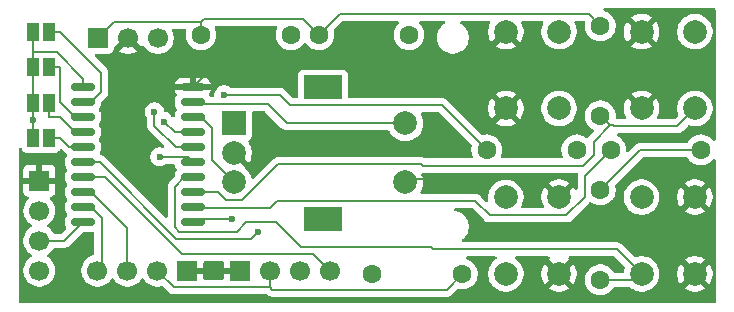
<source format=gbr>
%TF.GenerationSoftware,KiCad,Pcbnew,9.0.4*%
%TF.CreationDate,2025-08-23T10:29:59+02:00*%
%TF.ProjectId,i2c_hid,6932635f-6869-4642-9e6b-696361645f70,rev?*%
%TF.SameCoordinates,Original*%
%TF.FileFunction,Copper,L1,Top*%
%TF.FilePolarity,Positive*%
%FSLAX46Y46*%
G04 Gerber Fmt 4.6, Leading zero omitted, Abs format (unit mm)*
G04 Created by KiCad (PCBNEW 9.0.4) date 2025-08-23 10:29:59*
%MOMM*%
%LPD*%
G01*
G04 APERTURE LIST*
G04 Aperture macros list*
%AMRoundRect*
0 Rectangle with rounded corners*
0 $1 Rounding radius*
0 $2 $3 $4 $5 $6 $7 $8 $9 X,Y pos of 4 corners*
0 Add a 4 corners polygon primitive as box body*
4,1,4,$2,$3,$4,$5,$6,$7,$8,$9,$2,$3,0*
0 Add four circle primitives for the rounded corners*
1,1,$1+$1,$2,$3*
1,1,$1+$1,$4,$5*
1,1,$1+$1,$6,$7*
1,1,$1+$1,$8,$9*
0 Add four rect primitives between the rounded corners*
20,1,$1+$1,$2,$3,$4,$5,0*
20,1,$1+$1,$4,$5,$6,$7,0*
20,1,$1+$1,$6,$7,$8,$9,0*
20,1,$1+$1,$8,$9,$2,$3,0*%
G04 Aperture macros list end*
%TA.AperFunction,ComponentPad*%
%ADD10R,2.000000X2.000000*%
%TD*%
%TA.AperFunction,ComponentPad*%
%ADD11C,2.000000*%
%TD*%
%TA.AperFunction,ComponentPad*%
%ADD12R,3.200000X2.000000*%
%TD*%
%TA.AperFunction,SMDPad,CuDef*%
%ADD13R,1.000000X1.500000*%
%TD*%
%TA.AperFunction,ComponentPad*%
%ADD14C,1.600000*%
%TD*%
%TA.AperFunction,SMDPad,CuDef*%
%ADD15RoundRect,0.150000X-0.875000X-0.150000X0.875000X-0.150000X0.875000X0.150000X-0.875000X0.150000X0*%
%TD*%
%TA.AperFunction,ComponentPad*%
%ADD16R,1.700000X1.700000*%
%TD*%
%TA.AperFunction,ComponentPad*%
%ADD17C,1.700000*%
%TD*%
%TA.AperFunction,ViaPad*%
%ADD18C,0.600000*%
%TD*%
%TA.AperFunction,Conductor*%
%ADD19C,0.200000*%
%TD*%
G04 APERTURE END LIST*
D10*
%TO.P,SW1,A,A*%
%TO.N,Net-(U1-PA1)*%
X154000000Y-77250000D03*
D11*
%TO.P,SW1,B,B*%
%TO.N,Net-(U1-PA2)*%
X154000000Y-82250000D03*
%TO.P,SW1,C,C*%
%TO.N,GND*%
X154000000Y-79750000D03*
D12*
%TO.P,SW1,MP*%
%TO.N,N/C*%
X161500000Y-74150000D03*
X161500000Y-85350000D03*
D11*
%TO.P,SW1,S1,S1*%
%TO.N,GND*%
X168500000Y-82250000D03*
%TO.P,SW1,S2,S2*%
%TO.N,Net-(U1-PA3)*%
X168500000Y-77250000D03*
%TD*%
D13*
%TO.P,JP2,1,A*%
%TO.N,Net-(JP2-A)*%
X138280000Y-72500000D03*
%TO.P,JP2,2,B*%
%TO.N,VCC*%
X136980000Y-72500000D03*
%TD*%
D14*
%TO.P,R9,1*%
%TO.N,VCC*%
X185000000Y-82880000D03*
%TO.P,R9,2*%
%TO.N,Net-(U1-PC2)*%
X185000000Y-90500000D03*
%TD*%
%TO.P,R8,1*%
%TO.N,VCC*%
X185000000Y-69000000D03*
%TO.P,R8,2*%
%TO.N,Net-(U1-PC1)*%
X185000000Y-76620000D03*
%TD*%
D15*
%TO.P,U1,1,VCC*%
%TO.N,VCC*%
X141200000Y-74190000D03*
%TO.P,U1,2,PA4*%
%TO.N,Net-(JP1-A)*%
X141200000Y-75460000D03*
%TO.P,U1,3,PA5*%
%TO.N,Net-(JP2-A)*%
X141200000Y-76730000D03*
%TO.P,U1,4,PA6*%
%TO.N,Net-(JP3-A)*%
X141200000Y-78000000D03*
%TO.P,U1,5,PA7*%
%TO.N,Net-(JP4-A)*%
X141200000Y-79270000D03*
%TO.P,U1,6,PB5*%
%TO.N,Net-(J4-Pin_3)*%
X141200000Y-80540000D03*
%TO.P,U1,7,PB4*%
%TO.N,Net-(J4-Pin_4)*%
X141200000Y-81810000D03*
%TO.P,U1,8,PB3*%
%TO.N,Net-(J3-Pin_3)*%
X141200000Y-83080000D03*
%TO.P,U1,9,PB2*%
%TO.N,Net-(J3-Pin_4)*%
X141200000Y-84350000D03*
%TO.P,U1,10,PB1*%
%TO.N,Net-(J2-Pin_3)*%
X141200000Y-85620000D03*
%TO.P,U1,11,PB0*%
%TO.N,Net-(J2-Pin_4)*%
X150500000Y-85620000D03*
%TO.P,U1,12,PC0*%
%TO.N,Net-(U1-PC0)*%
X150500000Y-84350000D03*
%TO.P,U1,13,PC1*%
%TO.N,Net-(U1-PC1)*%
X150500000Y-83080000D03*
%TO.P,U1,14,PC2*%
%TO.N,Net-(U1-PC2)*%
X150500000Y-81810000D03*
%TO.P,U1,15,PC3*%
%TO.N,Net-(U1-PC3)*%
X150500000Y-80540000D03*
%TO.P,U1,16,~{RESET}/PA0*%
%TO.N,Net-(J1-Pin_3)*%
X150500000Y-79270000D03*
%TO.P,U1,17,PA1*%
%TO.N,Net-(U1-PA1)*%
X150500000Y-78000000D03*
%TO.P,U1,18,PA2*%
%TO.N,Net-(U1-PA2)*%
X150500000Y-76730000D03*
%TO.P,U1,19,PA3*%
%TO.N,Net-(U1-PA3)*%
X150500000Y-75460000D03*
%TO.P,U1,20,GND*%
%TO.N,GND*%
X150500000Y-74190000D03*
%TD*%
D11*
%TO.P,SW6,1,1*%
%TO.N,GND*%
X181500000Y-83500000D03*
X181500000Y-90000000D03*
%TO.P,SW6,2,2*%
%TO.N,Net-(U1-PC3)*%
X177000000Y-83500000D03*
X177000000Y-90000000D03*
%TD*%
D13*
%TO.P,JP1,1,A*%
%TO.N,Net-(JP1-A)*%
X138280000Y-69500000D03*
%TO.P,JP1,2,B*%
%TO.N,VCC*%
X136980000Y-69500000D03*
%TD*%
D16*
%TO.P,J2,1,Pin_1*%
%TO.N,GND*%
X137500000Y-82110000D03*
D17*
%TO.P,J2,2,Pin_2*%
%TO.N,VCC*%
X137500000Y-84650000D03*
%TO.P,J2,3,Pin_3*%
%TO.N,Net-(J2-Pin_3)*%
X137500000Y-87190000D03*
%TO.P,J2,4,Pin_4*%
%TO.N,Net-(J2-Pin_4)*%
X137500000Y-89730000D03*
%TD*%
D14*
%TO.P,R10,1*%
%TO.N,VCC*%
X183000000Y-79500000D03*
%TO.P,R10,2*%
%TO.N,Net-(U1-PC3)*%
X175380000Y-79500000D03*
%TD*%
%TO.P,R3,1*%
%TO.N,VCC*%
X161190000Y-69750000D03*
%TO.P,R3,2*%
%TO.N,Net-(U1-PA3)*%
X168810000Y-69750000D03*
%TD*%
%TO.P,R2,1*%
%TO.N,VCC*%
X173310000Y-90000000D03*
%TO.P,R2,2*%
%TO.N,Net-(U1-PA2)*%
X165690000Y-90000000D03*
%TD*%
%TO.P,R1,1*%
%TO.N,VCC*%
X151190000Y-69750000D03*
%TO.P,R1,2*%
%TO.N,Net-(U1-PA1)*%
X158810000Y-69750000D03*
%TD*%
D13*
%TO.P,JP3,1,A*%
%TO.N,Net-(JP3-A)*%
X138280000Y-75500000D03*
%TO.P,JP3,2,B*%
%TO.N,VCC*%
X136980000Y-75500000D03*
%TD*%
D14*
%TO.P,R7,1*%
%TO.N,VCC*%
X193500000Y-79500000D03*
%TO.P,R7,2*%
%TO.N,Net-(U1-PC0)*%
X185880000Y-79500000D03*
%TD*%
D16*
%TO.P,J4,1,Pin_1*%
%TO.N,GND*%
X154460000Y-89730000D03*
D17*
%TO.P,J4,2,Pin_2*%
%TO.N,VCC*%
X157000000Y-89730000D03*
%TO.P,J4,3,Pin_3*%
%TO.N,Net-(J4-Pin_3)*%
X159540000Y-89730000D03*
%TO.P,J4,4,Pin_4*%
%TO.N,Net-(J4-Pin_4)*%
X162080000Y-89730000D03*
%TD*%
D16*
%TO.P,J3,1,Pin_1*%
%TO.N,GND*%
X150040000Y-89730000D03*
D17*
%TO.P,J3,2,Pin_2*%
%TO.N,VCC*%
X147500000Y-89730000D03*
%TO.P,J3,3,Pin_3*%
%TO.N,Net-(J3-Pin_3)*%
X144960000Y-89730000D03*
%TO.P,J3,4,Pin_4*%
%TO.N,Net-(J3-Pin_4)*%
X142420000Y-89730000D03*
%TD*%
D13*
%TO.P,JP4,1,A*%
%TO.N,Net-(JP4-A)*%
X138280000Y-78500000D03*
%TO.P,JP4,2,B*%
%TO.N,VCC*%
X136980000Y-78500000D03*
%TD*%
D11*
%TO.P,SW4,1,1*%
%TO.N,GND*%
X188500000Y-76000000D03*
X188500000Y-69500000D03*
%TO.P,SW4,2,2*%
%TO.N,Net-(U1-PC1)*%
X193000000Y-76000000D03*
X193000000Y-69500000D03*
%TD*%
%TO.P,SW5,1,1*%
%TO.N,GND*%
X193000000Y-83500000D03*
X193000000Y-90000000D03*
%TO.P,SW5,2,2*%
%TO.N,Net-(U1-PC2)*%
X188500000Y-83500000D03*
X188500000Y-90000000D03*
%TD*%
D16*
%TO.P,J1,1,Pin_1*%
%TO.N,VCC*%
X142460000Y-70020000D03*
D17*
%TO.P,J1,2,Pin_2*%
%TO.N,GND*%
X145000000Y-70020000D03*
%TO.P,J1,3,Pin_3*%
%TO.N,Net-(J1-Pin_3)*%
X147540000Y-70020000D03*
%TD*%
D11*
%TO.P,SW2,1,1*%
%TO.N,GND*%
X177000000Y-76000000D03*
X177000000Y-69500000D03*
%TO.P,SW2,2,2*%
%TO.N,Net-(U1-PC0)*%
X181500000Y-76000000D03*
X181500000Y-69500000D03*
%TD*%
D18*
%TO.N,Net-(J4-Pin_3)*%
X156050000Y-86423900D03*
%TO.N,Net-(U1-PC3)*%
X153125100Y-74825000D03*
X147689200Y-80095500D03*
%TO.N,Net-(U1-PA1)*%
X148067300Y-77108200D03*
%TO.N,Net-(J2-Pin_4)*%
X153783600Y-85344300D03*
%TO.N,VCC*%
X136980000Y-77000000D03*
%TO.N,Net-(J1-Pin_3)*%
X147247100Y-76286400D03*
%TD*%
D19*
%TO.N,Net-(JP4-A)*%
X140051700Y-79270000D02*
X139281700Y-78500000D01*
X141200000Y-79270000D02*
X140051700Y-79270000D01*
X138280000Y-78500000D02*
X139281700Y-78500000D01*
%TO.N,Net-(JP3-A)*%
X138280000Y-75500000D02*
X138280000Y-76751700D01*
X140506100Y-78000000D02*
X141200000Y-78000000D01*
X139257800Y-76751700D02*
X140506100Y-78000000D01*
X138280000Y-76751700D02*
X139257800Y-76751700D01*
%TO.N,Net-(JP2-A)*%
X140522500Y-76730000D02*
X141200000Y-76730000D01*
X139281700Y-75489200D02*
X140522500Y-76730000D01*
X139281700Y-72500000D02*
X139281700Y-75489200D01*
X138280000Y-72500000D02*
X139281700Y-72500000D01*
%TO.N,Net-(JP1-A)*%
X138280000Y-69500000D02*
X139281700Y-69500000D01*
X142742400Y-72960700D02*
X139281700Y-69500000D01*
X142742400Y-74633200D02*
X142742400Y-72960700D01*
X141915600Y-75460000D02*
X142742400Y-74633200D01*
X141200000Y-75460000D02*
X141915600Y-75460000D01*
%TO.N,Net-(J4-Pin_4)*%
X160678200Y-88328200D02*
X162080000Y-89730000D01*
X149558900Y-88328200D02*
X160678200Y-88328200D01*
X143040700Y-81810000D02*
X149558900Y-88328200D01*
X141200000Y-81810000D02*
X143040700Y-81810000D01*
%TO.N,Net-(J4-Pin_3)*%
X155449900Y-87024000D02*
X156050000Y-86423900D01*
X149105600Y-87024000D02*
X155449900Y-87024000D01*
X142621600Y-80540000D02*
X149105600Y-87024000D01*
X141200000Y-80540000D02*
X142621600Y-80540000D01*
%TO.N,Net-(U1-PC3)*%
X157839200Y-74825000D02*
X153125100Y-74825000D01*
X158741000Y-75726800D02*
X157839200Y-74825000D01*
X171606800Y-75726800D02*
X158741000Y-75726800D01*
X175380000Y-79500000D02*
X171606800Y-75726800D01*
X150055500Y-80095500D02*
X150500000Y-80540000D01*
X147689200Y-80095500D02*
X150055500Y-80095500D01*
%TO.N,Net-(U1-PC2)*%
X188000000Y-90500000D02*
X188500000Y-90000000D01*
X185000000Y-90500000D02*
X188000000Y-90500000D01*
X186416400Y-87916400D02*
X188500000Y-90000000D01*
X170839700Y-87916400D02*
X186416400Y-87916400D01*
X170649800Y-87726500D02*
X170839700Y-87916400D01*
X159684500Y-87726500D02*
X170649800Y-87726500D01*
X157580100Y-85622100D02*
X159684500Y-87726500D01*
X155038800Y-85622100D02*
X157580100Y-85622100D01*
X154238600Y-86422300D02*
X155038800Y-85622100D01*
X149354800Y-86422300D02*
X154238600Y-86422300D01*
X148966300Y-86033800D02*
X149354800Y-86422300D01*
X148966300Y-82628900D02*
X148966300Y-86033800D01*
X149785200Y-81810000D02*
X148966300Y-82628900D01*
X150500000Y-81810000D02*
X149785200Y-81810000D01*
%TO.N,Net-(U1-PC1)*%
X185818400Y-77438400D02*
X185000000Y-76620000D01*
X186103000Y-77438400D02*
X185818400Y-77438400D01*
X186173000Y-77508400D02*
X186103000Y-77438400D01*
X191491600Y-77508400D02*
X186173000Y-77508400D01*
X193000000Y-76000000D02*
X191491600Y-77508400D01*
X184440000Y-78816800D02*
X185818400Y-77438400D01*
X184440000Y-79959100D02*
X184440000Y-78816800D01*
X183570900Y-80828200D02*
X184440000Y-79959100D01*
X169956700Y-80828200D02*
X183570900Y-80828200D01*
X169843300Y-80714800D02*
X169956700Y-80828200D01*
X157695500Y-80714800D02*
X169843300Y-80714800D01*
X154643300Y-83767000D02*
X157695500Y-80714800D01*
X153344500Y-83767000D02*
X154643300Y-83767000D01*
X152657500Y-83080000D02*
X153344500Y-83767000D01*
X150500000Y-83080000D02*
X152657500Y-83080000D01*
%TO.N,Net-(U1-PC0)*%
X183668100Y-81711900D02*
X185880000Y-79500000D01*
X183668100Y-83497000D02*
X183668100Y-81711900D01*
X182117100Y-85048000D02*
X183668100Y-83497000D01*
X175631700Y-85048000D02*
X182117100Y-85048000D01*
X174404900Y-83821200D02*
X175631700Y-85048000D01*
X157662500Y-83821200D02*
X174404900Y-83821200D01*
X157041000Y-84442700D02*
X157662500Y-83821200D01*
X150592700Y-84442700D02*
X157041000Y-84442700D01*
X150500000Y-84350000D02*
X150592700Y-84442700D01*
%TO.N,Net-(U1-PA3)*%
X158474900Y-77250000D02*
X168500000Y-77250000D01*
X156851600Y-75626700D02*
X158474900Y-77250000D01*
X150666700Y-75626700D02*
X156851600Y-75626700D01*
X150500000Y-75460000D02*
X150666700Y-75626700D01*
%TO.N,Net-(U1-PA2)*%
X151185500Y-76730000D02*
X150500000Y-76730000D01*
X152105600Y-77650100D02*
X151185500Y-76730000D01*
X152105600Y-80355600D02*
X152105600Y-77650100D01*
X154000000Y-82250000D02*
X152105600Y-80355600D01*
%TO.N,Net-(U1-PA1)*%
X148959100Y-78000000D02*
X148067300Y-77108200D01*
X150500000Y-78000000D02*
X148959100Y-78000000D01*
%TO.N,Net-(J3-Pin_4)*%
X142770600Y-89379400D02*
X142420000Y-89730000D01*
X142770600Y-85243100D02*
X142770600Y-89379400D01*
X141877500Y-84350000D02*
X142770600Y-85243100D01*
X141200000Y-84350000D02*
X141877500Y-84350000D01*
%TO.N,Net-(J3-Pin_3)*%
X141887800Y-83080000D02*
X141200000Y-83080000D01*
X144960000Y-86152200D02*
X141887800Y-83080000D01*
X144960000Y-89730000D02*
X144960000Y-86152200D01*
%TO.N,Net-(J2-Pin_3)*%
X139630000Y-87190000D02*
X137500000Y-87190000D01*
X141200000Y-85620000D02*
X139630000Y-87190000D01*
%TO.N,Net-(J2-Pin_4)*%
X150775700Y-85344300D02*
X150500000Y-85620000D01*
X153783600Y-85344300D02*
X150775700Y-85344300D01*
%TO.N,VCC*%
X188380000Y-79500000D02*
X185000000Y-82880000D01*
X193500000Y-79500000D02*
X188380000Y-79500000D01*
X136980000Y-75500000D02*
X136980000Y-74248300D01*
X136980000Y-74248300D02*
X136980000Y-73751700D01*
X136980000Y-72500000D02*
X136980000Y-73751700D01*
X151190000Y-68642700D02*
X151190000Y-69750000D01*
X143837300Y-68642700D02*
X142460000Y-70020000D01*
X151190000Y-68642700D02*
X143837300Y-68642700D01*
X151445500Y-68387200D02*
X151190000Y-68642700D01*
X159827200Y-68387200D02*
X151445500Y-68387200D01*
X161190000Y-69750000D02*
X159827200Y-68387200D01*
X162942500Y-67997500D02*
X161190000Y-69750000D01*
X183997500Y-67997500D02*
X162942500Y-67997500D01*
X185000000Y-69000000D02*
X183997500Y-67997500D01*
X157199700Y-91327900D02*
X157000000Y-91128200D01*
X171982100Y-91327900D02*
X157199700Y-91327900D01*
X173310000Y-90000000D02*
X171982100Y-91327900D01*
X148898200Y-91128200D02*
X147500000Y-89730000D01*
X157000000Y-91128200D02*
X148898200Y-91128200D01*
X157000000Y-91128200D02*
X157000000Y-89730000D01*
X138980100Y-71240600D02*
X136980000Y-71240600D01*
X141200000Y-73460500D02*
X138980100Y-71240600D01*
X141200000Y-74190000D02*
X141200000Y-73460500D01*
X136980000Y-69500000D02*
X136980000Y-71240600D01*
X136980000Y-71240600D02*
X136980000Y-72500000D01*
X136980000Y-78500000D02*
X136980000Y-77000000D01*
X136980000Y-77000000D02*
X136980000Y-75500000D01*
%TO.N,GND*%
X150040000Y-89730000D02*
X154460000Y-89730000D01*
X149170000Y-74190000D02*
X145000000Y-70020000D01*
X150500000Y-74190000D02*
X149170000Y-74190000D01*
X179984400Y-81984400D02*
X181500000Y-83500000D01*
X168765600Y-81984400D02*
X179984400Y-81984400D01*
X168500000Y-82250000D02*
X168765600Y-81984400D01*
X152041700Y-72648300D02*
X150500000Y-74190000D01*
X173648300Y-72648300D02*
X152041700Y-72648300D01*
X177000000Y-76000000D02*
X173648300Y-72648300D01*
%TO.N,Net-(J1-Pin_3)*%
X147247200Y-76286400D02*
X147247100Y-76286400D01*
X147247200Y-77463700D02*
X147247200Y-76286400D01*
X149053500Y-79270000D02*
X147247200Y-77463700D01*
X150500000Y-79270000D02*
X149053500Y-79270000D01*
%TD*%
%TA.AperFunction,Conductor*%
%TO.N,GND*%
G36*
X135955703Y-79319900D02*
G01*
X135990682Y-79370280D01*
X136036202Y-79492328D01*
X136036206Y-79492335D01*
X136122452Y-79607544D01*
X136122455Y-79607547D01*
X136237664Y-79693793D01*
X136237671Y-79693797D01*
X136372517Y-79744091D01*
X136372516Y-79744091D01*
X136379444Y-79744835D01*
X136432127Y-79750500D01*
X137527872Y-79750499D01*
X137587483Y-79744091D01*
X137587485Y-79744090D01*
X137587487Y-79744090D01*
X137595031Y-79742308D01*
X137595377Y-79743775D01*
X137656342Y-79739408D01*
X137671378Y-79743822D01*
X137672513Y-79744089D01*
X137672517Y-79744091D01*
X137732127Y-79750500D01*
X138827872Y-79750499D01*
X138887483Y-79744091D01*
X139022331Y-79693796D01*
X139137546Y-79607546D01*
X139223796Y-79492331D01*
X139223797Y-79492326D01*
X139224087Y-79491940D01*
X139238360Y-79481255D01*
X139249044Y-79466984D01*
X139265747Y-79460753D01*
X139280021Y-79450069D01*
X139297804Y-79448797D01*
X139314508Y-79442567D01*
X139331929Y-79446356D01*
X139349712Y-79445085D01*
X139365359Y-79453629D01*
X139382781Y-79457419D01*
X139411035Y-79478570D01*
X139566839Y-79634374D01*
X139566849Y-79634385D01*
X139571179Y-79638715D01*
X139571180Y-79638716D01*
X139682984Y-79750520D01*
X139772786Y-79802367D01*
X139821001Y-79852932D01*
X139834225Y-79921538D01*
X139810562Y-79981226D01*
X139810890Y-79981420D01*
X139809665Y-79983490D01*
X139808771Y-79985747D01*
X139806918Y-79988135D01*
X139723255Y-80129603D01*
X139723254Y-80129606D01*
X139677402Y-80287426D01*
X139677401Y-80287432D01*
X139674500Y-80324298D01*
X139674500Y-80755701D01*
X139677401Y-80792567D01*
X139677402Y-80792573D01*
X139723254Y-80950393D01*
X139723255Y-80950396D01*
X139723256Y-80950398D01*
X139755963Y-81005703D01*
X139806917Y-81091862D01*
X139811702Y-81098031D01*
X139809256Y-81099927D01*
X139835857Y-81148642D01*
X139830873Y-81218334D01*
X139810069Y-81250703D01*
X139811702Y-81251969D01*
X139806917Y-81258137D01*
X139723255Y-81399603D01*
X139723254Y-81399606D01*
X139677402Y-81557426D01*
X139677401Y-81557432D01*
X139674500Y-81594298D01*
X139674500Y-82025701D01*
X139677401Y-82062567D01*
X139677402Y-82062573D01*
X139723254Y-82220393D01*
X139723255Y-82220396D01*
X139806917Y-82361862D01*
X139811702Y-82368031D01*
X139809256Y-82369927D01*
X139835857Y-82418642D01*
X139830873Y-82488334D01*
X139810069Y-82520703D01*
X139811702Y-82521969D01*
X139806917Y-82528137D01*
X139723255Y-82669603D01*
X139723254Y-82669606D01*
X139677402Y-82827426D01*
X139677401Y-82827432D01*
X139674500Y-82864298D01*
X139674500Y-83295701D01*
X139677401Y-83332567D01*
X139677402Y-83332573D01*
X139723254Y-83490393D01*
X139723255Y-83490396D01*
X139723256Y-83490398D01*
X139728934Y-83499999D01*
X139806917Y-83631862D01*
X139811702Y-83638031D01*
X139809256Y-83639927D01*
X139835857Y-83688642D01*
X139830873Y-83758334D01*
X139810069Y-83790703D01*
X139811702Y-83791969D01*
X139806917Y-83798137D01*
X139723255Y-83939603D01*
X139723254Y-83939606D01*
X139677402Y-84097426D01*
X139677401Y-84097432D01*
X139674500Y-84134298D01*
X139674500Y-84565701D01*
X139677401Y-84602567D01*
X139677402Y-84602573D01*
X139723254Y-84760393D01*
X139723255Y-84760396D01*
X139806917Y-84901862D01*
X139811702Y-84908031D01*
X139809256Y-84909927D01*
X139835857Y-84958642D01*
X139830873Y-85028334D01*
X139810069Y-85060703D01*
X139811702Y-85061969D01*
X139806917Y-85068137D01*
X139723255Y-85209603D01*
X139723254Y-85209606D01*
X139677402Y-85367426D01*
X139677401Y-85367432D01*
X139674500Y-85404298D01*
X139674500Y-85835701D01*
X139677401Y-85872567D01*
X139677402Y-85872573D01*
X139723254Y-86030394D01*
X139723256Y-86030400D01*
X139754977Y-86084037D01*
X139772159Y-86151761D01*
X139749999Y-86218023D01*
X139735925Y-86234838D01*
X139417582Y-86553182D01*
X139356261Y-86586666D01*
X139329903Y-86589500D01*
X138785719Y-86589500D01*
X138718680Y-86569815D01*
X138675235Y-86521795D01*
X138655052Y-86482185D01*
X138655051Y-86482184D01*
X138530109Y-86310213D01*
X138379786Y-86159890D01*
X138207820Y-86034951D01*
X138207115Y-86034591D01*
X138199054Y-86030485D01*
X138148259Y-85982512D01*
X138131463Y-85914692D01*
X138153999Y-85848556D01*
X138199054Y-85809515D01*
X138207816Y-85805051D01*
X138237501Y-85783484D01*
X138379786Y-85680109D01*
X138379788Y-85680106D01*
X138379792Y-85680104D01*
X138530104Y-85529792D01*
X138530106Y-85529788D01*
X138530109Y-85529786D01*
X138655048Y-85357820D01*
X138655047Y-85357820D01*
X138655051Y-85357816D01*
X138751557Y-85168412D01*
X138817246Y-84966243D01*
X138850500Y-84756287D01*
X138850500Y-84543713D01*
X138817246Y-84333757D01*
X138751557Y-84131588D01*
X138655051Y-83942184D01*
X138655049Y-83942181D01*
X138655048Y-83942179D01*
X138530109Y-83770213D01*
X138416181Y-83656285D01*
X138382696Y-83594962D01*
X138387680Y-83525270D01*
X138429552Y-83469337D01*
X138460529Y-83452422D01*
X138592086Y-83403354D01*
X138592093Y-83403350D01*
X138707187Y-83317190D01*
X138707190Y-83317187D01*
X138793350Y-83202093D01*
X138793354Y-83202086D01*
X138843596Y-83067379D01*
X138843598Y-83067372D01*
X138849999Y-83007844D01*
X138850000Y-83007827D01*
X138850000Y-82360000D01*
X137933012Y-82360000D01*
X137965925Y-82302993D01*
X138000000Y-82175826D01*
X138000000Y-82044174D01*
X137965925Y-81917007D01*
X137933012Y-81860000D01*
X138850000Y-81860000D01*
X138850000Y-81212172D01*
X138849999Y-81212155D01*
X138843598Y-81152627D01*
X138843596Y-81152620D01*
X138793354Y-81017913D01*
X138793350Y-81017906D01*
X138707190Y-80902812D01*
X138707187Y-80902809D01*
X138592093Y-80816649D01*
X138592086Y-80816645D01*
X138457379Y-80766403D01*
X138457372Y-80766401D01*
X138397844Y-80760000D01*
X137750000Y-80760000D01*
X137750000Y-81676988D01*
X137692993Y-81644075D01*
X137565826Y-81610000D01*
X137434174Y-81610000D01*
X137307007Y-81644075D01*
X137250000Y-81676988D01*
X137250000Y-80760000D01*
X136602155Y-80760000D01*
X136542627Y-80766401D01*
X136542620Y-80766403D01*
X136407913Y-80816645D01*
X136407906Y-80816649D01*
X136292812Y-80902809D01*
X136292809Y-80902812D01*
X136206649Y-81017906D01*
X136206645Y-81017913D01*
X136156403Y-81152620D01*
X136156401Y-81152627D01*
X136150000Y-81212155D01*
X136150000Y-81860000D01*
X137066988Y-81860000D01*
X137034075Y-81917007D01*
X137000000Y-82044174D01*
X137000000Y-82175826D01*
X137034075Y-82302993D01*
X137066988Y-82360000D01*
X136150000Y-82360000D01*
X136150000Y-83007844D01*
X136156401Y-83067372D01*
X136156403Y-83067379D01*
X136206645Y-83202086D01*
X136206649Y-83202093D01*
X136292809Y-83317187D01*
X136292812Y-83317190D01*
X136407906Y-83403350D01*
X136407913Y-83403354D01*
X136539470Y-83452422D01*
X136595404Y-83494293D01*
X136619821Y-83559758D01*
X136604969Y-83628031D01*
X136583819Y-83656285D01*
X136469889Y-83770215D01*
X136344951Y-83942179D01*
X136248444Y-84131585D01*
X136182753Y-84333760D01*
X136159985Y-84477511D01*
X136149500Y-84543713D01*
X136149500Y-84756287D01*
X136156616Y-84801216D01*
X136182250Y-84963065D01*
X136182754Y-84966243D01*
X136239724Y-85141579D01*
X136248444Y-85168414D01*
X136344951Y-85357820D01*
X136469890Y-85529786D01*
X136620213Y-85680109D01*
X136792182Y-85805050D01*
X136800946Y-85809516D01*
X136851742Y-85857491D01*
X136868536Y-85925312D01*
X136845998Y-85991447D01*
X136800946Y-86030484D01*
X136792182Y-86034949D01*
X136620213Y-86159890D01*
X136469890Y-86310213D01*
X136344951Y-86482179D01*
X136248444Y-86671585D01*
X136182753Y-86873760D01*
X136149500Y-87083713D01*
X136149500Y-87296287D01*
X136159088Y-87356823D01*
X136171609Y-87435881D01*
X136182754Y-87506243D01*
X136242779Y-87690981D01*
X136248444Y-87708414D01*
X136344951Y-87897820D01*
X136469890Y-88069786D01*
X136620213Y-88220109D01*
X136792182Y-88345050D01*
X136800946Y-88349516D01*
X136851742Y-88397491D01*
X136868536Y-88465312D01*
X136845998Y-88531447D01*
X136800946Y-88570484D01*
X136792182Y-88574949D01*
X136620213Y-88699890D01*
X136469890Y-88850213D01*
X136344951Y-89022179D01*
X136248444Y-89211585D01*
X136182753Y-89413760D01*
X136149500Y-89623713D01*
X136149500Y-89836286D01*
X136175552Y-90000776D01*
X136182754Y-90046243D01*
X136231239Y-90195465D01*
X136248444Y-90248414D01*
X136344951Y-90437820D01*
X136469890Y-90609786D01*
X136620213Y-90760109D01*
X136792179Y-90885048D01*
X136792181Y-90885049D01*
X136792184Y-90885051D01*
X136981588Y-90981557D01*
X137183757Y-91047246D01*
X137393713Y-91080500D01*
X137393714Y-91080500D01*
X137606286Y-91080500D01*
X137606287Y-91080500D01*
X137816243Y-91047246D01*
X138018412Y-90981557D01*
X138207816Y-90885051D01*
X138318639Y-90804534D01*
X138379786Y-90760109D01*
X138379788Y-90760106D01*
X138379792Y-90760104D01*
X138530104Y-90609792D01*
X138530106Y-90609788D01*
X138530109Y-90609786D01*
X138655048Y-90437820D01*
X138655047Y-90437820D01*
X138655051Y-90437816D01*
X138751557Y-90248412D01*
X138817246Y-90046243D01*
X138850500Y-89836287D01*
X138850500Y-89623713D01*
X138817246Y-89413757D01*
X138751557Y-89211588D01*
X138655051Y-89022184D01*
X138655049Y-89022181D01*
X138655048Y-89022179D01*
X138530109Y-88850213D01*
X138379786Y-88699890D01*
X138207820Y-88574951D01*
X138207115Y-88574591D01*
X138199054Y-88570485D01*
X138148259Y-88522512D01*
X138131463Y-88454692D01*
X138153999Y-88388556D01*
X138199054Y-88349515D01*
X138207816Y-88345051D01*
X138268300Y-88301107D01*
X138379786Y-88220109D01*
X138379788Y-88220106D01*
X138379792Y-88220104D01*
X138530104Y-88069792D01*
X138530106Y-88069788D01*
X138530109Y-88069786D01*
X138588661Y-87989193D01*
X138655051Y-87897816D01*
X138655349Y-87897230D01*
X138675235Y-87858205D01*
X138723209Y-87807409D01*
X138785719Y-87790500D01*
X139543331Y-87790500D01*
X139543347Y-87790501D01*
X139550943Y-87790501D01*
X139709054Y-87790501D01*
X139709057Y-87790501D01*
X139861785Y-87749577D01*
X139911904Y-87720639D01*
X139998716Y-87670520D01*
X140110520Y-87558716D01*
X140110520Y-87558714D01*
X140120728Y-87548507D01*
X140120729Y-87548504D01*
X141212416Y-86456819D01*
X141273739Y-86423334D01*
X141300097Y-86420500D01*
X142046100Y-86420500D01*
X142113139Y-86440185D01*
X142158894Y-86492989D01*
X142170100Y-86544500D01*
X142170100Y-88301107D01*
X142150415Y-88368146D01*
X142097611Y-88413901D01*
X142084423Y-88419035D01*
X141909181Y-88475976D01*
X141901585Y-88478444D01*
X141712179Y-88574951D01*
X141540213Y-88699890D01*
X141389890Y-88850213D01*
X141264951Y-89022179D01*
X141168444Y-89211585D01*
X141102753Y-89413760D01*
X141069500Y-89623713D01*
X141069500Y-89836286D01*
X141095552Y-90000776D01*
X141102754Y-90046243D01*
X141151239Y-90195465D01*
X141168444Y-90248414D01*
X141264951Y-90437820D01*
X141389890Y-90609786D01*
X141540213Y-90760109D01*
X141712179Y-90885048D01*
X141712181Y-90885049D01*
X141712184Y-90885051D01*
X141901588Y-90981557D01*
X142103757Y-91047246D01*
X142313713Y-91080500D01*
X142313714Y-91080500D01*
X142526286Y-91080500D01*
X142526287Y-91080500D01*
X142736243Y-91047246D01*
X142938412Y-90981557D01*
X143127816Y-90885051D01*
X143238639Y-90804534D01*
X143299786Y-90760109D01*
X143299788Y-90760106D01*
X143299792Y-90760104D01*
X143450104Y-90609792D01*
X143450106Y-90609788D01*
X143450109Y-90609786D01*
X143575048Y-90437820D01*
X143575047Y-90437820D01*
X143575051Y-90437816D01*
X143579514Y-90429054D01*
X143627488Y-90378259D01*
X143695308Y-90361463D01*
X143761444Y-90383999D01*
X143800486Y-90429056D01*
X143804951Y-90437820D01*
X143929890Y-90609786D01*
X144080213Y-90760109D01*
X144252179Y-90885048D01*
X144252181Y-90885049D01*
X144252184Y-90885051D01*
X144441588Y-90981557D01*
X144643757Y-91047246D01*
X144853713Y-91080500D01*
X144853714Y-91080500D01*
X145066286Y-91080500D01*
X145066287Y-91080500D01*
X145276243Y-91047246D01*
X145478412Y-90981557D01*
X145667816Y-90885051D01*
X145778639Y-90804534D01*
X145839786Y-90760109D01*
X145839788Y-90760106D01*
X145839792Y-90760104D01*
X145990104Y-90609792D01*
X145990106Y-90609788D01*
X145990109Y-90609786D01*
X146115048Y-90437820D01*
X146115047Y-90437820D01*
X146115051Y-90437816D01*
X146119514Y-90429054D01*
X146167488Y-90378259D01*
X146235308Y-90361463D01*
X146301444Y-90383999D01*
X146340486Y-90429056D01*
X146344951Y-90437820D01*
X146469890Y-90609786D01*
X146620213Y-90760109D01*
X146792179Y-90885048D01*
X146792181Y-90885049D01*
X146792184Y-90885051D01*
X146981588Y-90981557D01*
X147183757Y-91047246D01*
X147393713Y-91080500D01*
X147393714Y-91080500D01*
X147606286Y-91080500D01*
X147606287Y-91080500D01*
X147816243Y-91047246D01*
X147858523Y-91033507D01*
X147928362Y-91031511D01*
X147984522Y-91063757D01*
X148413339Y-91492574D01*
X148413349Y-91492585D01*
X148417679Y-91496915D01*
X148417680Y-91496916D01*
X148529484Y-91608720D01*
X148529486Y-91608721D01*
X148529490Y-91608724D01*
X148664033Y-91686401D01*
X148666416Y-91687777D01*
X148778219Y-91717734D01*
X148819142Y-91728700D01*
X148819143Y-91728700D01*
X156699902Y-91728700D01*
X156766941Y-91748385D01*
X156787583Y-91765019D01*
X156830984Y-91808420D01*
X156830986Y-91808421D01*
X156830990Y-91808424D01*
X156967909Y-91887473D01*
X156967916Y-91887477D01*
X157079719Y-91917434D01*
X157120642Y-91928400D01*
X157120643Y-91928400D01*
X171895431Y-91928400D01*
X171895447Y-91928401D01*
X171903043Y-91928401D01*
X172061154Y-91928401D01*
X172061157Y-91928401D01*
X172213885Y-91887477D01*
X172264004Y-91858539D01*
X172350816Y-91808420D01*
X172462620Y-91696616D01*
X172462620Y-91696614D01*
X172472828Y-91686407D01*
X172472830Y-91686404D01*
X172865158Y-91294075D01*
X172926479Y-91260592D01*
X172991151Y-91263825D01*
X173005466Y-91268477D01*
X173207648Y-91300500D01*
X173207649Y-91300500D01*
X173412351Y-91300500D01*
X173412352Y-91300500D01*
X173614534Y-91268477D01*
X173809219Y-91205220D01*
X173991610Y-91112287D01*
X174102790Y-91031511D01*
X174157213Y-90991971D01*
X174157215Y-90991968D01*
X174157219Y-90991966D01*
X174301966Y-90847219D01*
X174301968Y-90847215D01*
X174301971Y-90847213D01*
X174354732Y-90774590D01*
X174422287Y-90681610D01*
X174515220Y-90499219D01*
X174578477Y-90304534D01*
X174610500Y-90102352D01*
X174610500Y-89897648D01*
X174607675Y-89879815D01*
X174578477Y-89695465D01*
X174532021Y-89552489D01*
X174515220Y-89500781D01*
X174515218Y-89500778D01*
X174515218Y-89500776D01*
X174475585Y-89422993D01*
X174422287Y-89318390D01*
X174405134Y-89294781D01*
X174301971Y-89152786D01*
X174157213Y-89008028D01*
X173991613Y-88887715D01*
X173991612Y-88887714D01*
X173991610Y-88887713D01*
X173918012Y-88850213D01*
X173809223Y-88794781D01*
X173698579Y-88758831D01*
X173640904Y-88719393D01*
X173613706Y-88655034D01*
X173625621Y-88586188D01*
X173672865Y-88534712D01*
X173736898Y-88516900D01*
X176106876Y-88516900D01*
X176173915Y-88536585D01*
X176219670Y-88589389D01*
X176229614Y-88658547D01*
X176200589Y-88722103D01*
X176179762Y-88741217D01*
X176022490Y-88855483D01*
X176022488Y-88855485D01*
X176022487Y-88855485D01*
X175855485Y-89022487D01*
X175855485Y-89022488D01*
X175855483Y-89022490D01*
X175833534Y-89052700D01*
X175716657Y-89213566D01*
X175609433Y-89424003D01*
X175536446Y-89648631D01*
X175499500Y-89881902D01*
X175499500Y-90118097D01*
X175536446Y-90351368D01*
X175609433Y-90575996D01*
X175676548Y-90707715D01*
X175716657Y-90786433D01*
X175855483Y-90977510D01*
X176022490Y-91144517D01*
X176213567Y-91283343D01*
X176234634Y-91294077D01*
X176424003Y-91390566D01*
X176424005Y-91390566D01*
X176424008Y-91390568D01*
X176544412Y-91429689D01*
X176648631Y-91463553D01*
X176881903Y-91500500D01*
X176881908Y-91500500D01*
X177118097Y-91500500D01*
X177351368Y-91463553D01*
X177352870Y-91463065D01*
X177575992Y-91390568D01*
X177786433Y-91283343D01*
X177977510Y-91144517D01*
X178144517Y-90977510D01*
X178283343Y-90786433D01*
X178390568Y-90575992D01*
X178463553Y-90351368D01*
X178465717Y-90337708D01*
X178500500Y-90118097D01*
X178500500Y-89881902D01*
X178463553Y-89648631D01*
X178415513Y-89500781D01*
X178390568Y-89424008D01*
X178390566Y-89424005D01*
X178390566Y-89424003D01*
X178334002Y-89312991D01*
X178283343Y-89213567D01*
X178144517Y-89022490D01*
X177977510Y-88855483D01*
X177820237Y-88741217D01*
X177777573Y-88685888D01*
X177771594Y-88616274D01*
X177804200Y-88554479D01*
X177865039Y-88520122D01*
X177893124Y-88516900D01*
X180607727Y-88516900D01*
X180674766Y-88536585D01*
X180720521Y-88589389D01*
X180730465Y-88658547D01*
X180701440Y-88722103D01*
X180680612Y-88741218D01*
X180630894Y-88777339D01*
X180630894Y-88777340D01*
X181329766Y-89476212D01*
X181287708Y-89487482D01*
X181162292Y-89559890D01*
X181059890Y-89662292D01*
X180987482Y-89787708D01*
X180976212Y-89829765D01*
X180277340Y-89130894D01*
X180217084Y-89213830D01*
X180109897Y-89424197D01*
X180036934Y-89648752D01*
X180000000Y-89881947D01*
X180000000Y-90118052D01*
X180036934Y-90351247D01*
X180109897Y-90575802D01*
X180217087Y-90786174D01*
X180277338Y-90869104D01*
X180277340Y-90869105D01*
X180976212Y-90170233D01*
X180987482Y-90212292D01*
X181059890Y-90337708D01*
X181162292Y-90440110D01*
X181287708Y-90512518D01*
X181329765Y-90523787D01*
X180630893Y-91222658D01*
X180713828Y-91282914D01*
X180924197Y-91390102D01*
X181148752Y-91463065D01*
X181148751Y-91463065D01*
X181381948Y-91500000D01*
X181618052Y-91500000D01*
X181851247Y-91463065D01*
X182075802Y-91390102D01*
X182286163Y-91282918D01*
X182286169Y-91282914D01*
X182369104Y-91222658D01*
X182369105Y-91222658D01*
X181670233Y-90523787D01*
X181712292Y-90512518D01*
X181837708Y-90440110D01*
X181940110Y-90337708D01*
X182012518Y-90212292D01*
X182023787Y-90170234D01*
X182722658Y-90869105D01*
X182722658Y-90869104D01*
X182782914Y-90786169D01*
X182782918Y-90786163D01*
X182890102Y-90575802D01*
X182963065Y-90351247D01*
X183000000Y-90118052D01*
X183000000Y-89881947D01*
X182963065Y-89648752D01*
X182890102Y-89424197D01*
X182782914Y-89213828D01*
X182722658Y-89130894D01*
X182722658Y-89130893D01*
X182023787Y-89829765D01*
X182012518Y-89787708D01*
X181940110Y-89662292D01*
X181837708Y-89559890D01*
X181712292Y-89487482D01*
X181670234Y-89476212D01*
X182369105Y-88777340D01*
X182369104Y-88777339D01*
X182319388Y-88741218D01*
X182276722Y-88685889D01*
X182270743Y-88616275D01*
X182303348Y-88554480D01*
X182364187Y-88520123D01*
X182392273Y-88516900D01*
X186116303Y-88516900D01*
X186183342Y-88536585D01*
X186203984Y-88553219D01*
X187047200Y-89396435D01*
X187080685Y-89457758D01*
X187077450Y-89522433D01*
X187036447Y-89648628D01*
X187013280Y-89794898D01*
X186983351Y-89858033D01*
X186924039Y-89894964D01*
X186890807Y-89899500D01*
X186229602Y-89899500D01*
X186162563Y-89879815D01*
X186119117Y-89831795D01*
X186112284Y-89818385D01*
X185991971Y-89652786D01*
X185847213Y-89508028D01*
X185681613Y-89387715D01*
X185681612Y-89387714D01*
X185681610Y-89387713D01*
X185624653Y-89358691D01*
X185499223Y-89294781D01*
X185304534Y-89231522D01*
X185129995Y-89203878D01*
X185102352Y-89199500D01*
X184897648Y-89199500D01*
X184873329Y-89203351D01*
X184695465Y-89231522D01*
X184500776Y-89294781D01*
X184318386Y-89387715D01*
X184152786Y-89508028D01*
X184008028Y-89652786D01*
X183887715Y-89818386D01*
X183794781Y-90000776D01*
X183731522Y-90195465D01*
X183706849Y-90351247D01*
X183699500Y-90397648D01*
X183699500Y-90602352D01*
X183701626Y-90615774D01*
X183731522Y-90804534D01*
X183794781Y-90999223D01*
X183887715Y-91181613D01*
X184008028Y-91347213D01*
X184152786Y-91491971D01*
X184307749Y-91604556D01*
X184318390Y-91612287D01*
X184434607Y-91671503D01*
X184500776Y-91705218D01*
X184500778Y-91705218D01*
X184500781Y-91705220D01*
X184573045Y-91728700D01*
X184695465Y-91768477D01*
X184796557Y-91784488D01*
X184897648Y-91800500D01*
X184897649Y-91800500D01*
X185102351Y-91800500D01*
X185102352Y-91800500D01*
X185304534Y-91768477D01*
X185499219Y-91705220D01*
X185681610Y-91612287D01*
X185774590Y-91544732D01*
X185847213Y-91491971D01*
X185847215Y-91491968D01*
X185847219Y-91491966D01*
X185991966Y-91347219D01*
X185991968Y-91347215D01*
X185991971Y-91347213D01*
X186112284Y-91181614D01*
X186112285Y-91181613D01*
X186112287Y-91181610D01*
X186119117Y-91168204D01*
X186167091Y-91117409D01*
X186229602Y-91100500D01*
X187427111Y-91100500D01*
X187494150Y-91120185D01*
X187514792Y-91136819D01*
X187522490Y-91144517D01*
X187713567Y-91283343D01*
X187734634Y-91294077D01*
X187924003Y-91390566D01*
X187924005Y-91390566D01*
X187924008Y-91390568D01*
X188044412Y-91429689D01*
X188148631Y-91463553D01*
X188381903Y-91500500D01*
X188381908Y-91500500D01*
X188618097Y-91500500D01*
X188851368Y-91463553D01*
X188852870Y-91463065D01*
X189075992Y-91390568D01*
X189286433Y-91283343D01*
X189477510Y-91144517D01*
X189644517Y-90977510D01*
X189783343Y-90786433D01*
X189890568Y-90575992D01*
X189963553Y-90351368D01*
X189965717Y-90337708D01*
X190000500Y-90118097D01*
X190000500Y-89881947D01*
X191500000Y-89881947D01*
X191500000Y-90118052D01*
X191536934Y-90351247D01*
X191609897Y-90575802D01*
X191717087Y-90786174D01*
X191777338Y-90869104D01*
X191777340Y-90869105D01*
X192476212Y-90170233D01*
X192487482Y-90212292D01*
X192559890Y-90337708D01*
X192662292Y-90440110D01*
X192787708Y-90512518D01*
X192829765Y-90523787D01*
X192130893Y-91222658D01*
X192213828Y-91282914D01*
X192424197Y-91390102D01*
X192648752Y-91463065D01*
X192648751Y-91463065D01*
X192881948Y-91500000D01*
X193118052Y-91500000D01*
X193351247Y-91463065D01*
X193575802Y-91390102D01*
X193786163Y-91282918D01*
X193786169Y-91282914D01*
X193869104Y-91222658D01*
X193869105Y-91222658D01*
X193170233Y-90523787D01*
X193212292Y-90512518D01*
X193337708Y-90440110D01*
X193440110Y-90337708D01*
X193512518Y-90212292D01*
X193523787Y-90170233D01*
X194222658Y-90869105D01*
X194222658Y-90869104D01*
X194282914Y-90786169D01*
X194282918Y-90786163D01*
X194390102Y-90575802D01*
X194463065Y-90351247D01*
X194500000Y-90118052D01*
X194500000Y-89881947D01*
X194463065Y-89648752D01*
X194390102Y-89424197D01*
X194282914Y-89213828D01*
X194222658Y-89130894D01*
X194222658Y-89130893D01*
X193523787Y-89829765D01*
X193512518Y-89787708D01*
X193440110Y-89662292D01*
X193337708Y-89559890D01*
X193212292Y-89487482D01*
X193170234Y-89476212D01*
X193869105Y-88777340D01*
X193869104Y-88777338D01*
X193786174Y-88717087D01*
X193575802Y-88609897D01*
X193351247Y-88536934D01*
X193351248Y-88536934D01*
X193118052Y-88500000D01*
X192881948Y-88500000D01*
X192648752Y-88536934D01*
X192424197Y-88609897D01*
X192213830Y-88717084D01*
X192130894Y-88777340D01*
X192829766Y-89476212D01*
X192787708Y-89487482D01*
X192662292Y-89559890D01*
X192559890Y-89662292D01*
X192487482Y-89787708D01*
X192476212Y-89829766D01*
X191777340Y-89130894D01*
X191717084Y-89213830D01*
X191609897Y-89424197D01*
X191536934Y-89648752D01*
X191500000Y-89881947D01*
X190000500Y-89881947D01*
X190000500Y-89881902D01*
X189963553Y-89648631D01*
X189915513Y-89500781D01*
X189890568Y-89424008D01*
X189890566Y-89424005D01*
X189890566Y-89424003D01*
X189834002Y-89312991D01*
X189783343Y-89213567D01*
X189644517Y-89022490D01*
X189477510Y-88855483D01*
X189286433Y-88716657D01*
X189253526Y-88699890D01*
X189075996Y-88609433D01*
X188851368Y-88536446D01*
X188618097Y-88499500D01*
X188618092Y-88499500D01*
X188381908Y-88499500D01*
X188381903Y-88499500D01*
X188148628Y-88536447D01*
X188022433Y-88577450D01*
X187952592Y-88579445D01*
X187896435Y-88547200D01*
X186903990Y-87554755D01*
X186903988Y-87554752D01*
X186785117Y-87435881D01*
X186785112Y-87435877D01*
X186649849Y-87357784D01*
X186649828Y-87357772D01*
X186648186Y-87356823D01*
X186610003Y-87346592D01*
X186495457Y-87315899D01*
X186337343Y-87315899D01*
X186329747Y-87315899D01*
X186329731Y-87315900D01*
X173368060Y-87315900D01*
X173301021Y-87296215D01*
X173255266Y-87243411D01*
X173245322Y-87174253D01*
X173274347Y-87110697D01*
X173295172Y-87091583D01*
X173379792Y-87030104D01*
X173530104Y-86879792D01*
X173530106Y-86879788D01*
X173530109Y-86879786D01*
X173655048Y-86707820D01*
X173655047Y-86707820D01*
X173655051Y-86707816D01*
X173751557Y-86518412D01*
X173817246Y-86316243D01*
X173850500Y-86106287D01*
X173850500Y-85893713D01*
X173817246Y-85683757D01*
X173751557Y-85481588D01*
X173655051Y-85292184D01*
X173655049Y-85292181D01*
X173655048Y-85292179D01*
X173530109Y-85120213D01*
X173379786Y-84969890D01*
X173207820Y-84844951D01*
X173018414Y-84748444D01*
X173018413Y-84748443D01*
X173018412Y-84748443D01*
X172816243Y-84682754D01*
X172816241Y-84682753D01*
X172816239Y-84682753D01*
X172724183Y-84668173D01*
X172661048Y-84638244D01*
X172624117Y-84578932D01*
X172625115Y-84509070D01*
X172663725Y-84450837D01*
X172727688Y-84422723D01*
X172743581Y-84421700D01*
X174104803Y-84421700D01*
X174171842Y-84441385D01*
X174192484Y-84458019D01*
X175146839Y-85412374D01*
X175146849Y-85412385D01*
X175151179Y-85416715D01*
X175151180Y-85416716D01*
X175262984Y-85528520D01*
X175345368Y-85576084D01*
X175345369Y-85576085D01*
X175399909Y-85607574D01*
X175399910Y-85607574D01*
X175399915Y-85607577D01*
X175552642Y-85648500D01*
X175552643Y-85648500D01*
X182030431Y-85648500D01*
X182030447Y-85648501D01*
X182038043Y-85648501D01*
X182196154Y-85648501D01*
X182196157Y-85648501D01*
X182348885Y-85607577D01*
X182348887Y-85607575D01*
X182348889Y-85607575D01*
X182348890Y-85607574D01*
X182403431Y-85576085D01*
X182403432Y-85576084D01*
X182485816Y-85528520D01*
X182597620Y-85416716D01*
X182597620Y-85416714D01*
X182607824Y-85406511D01*
X182607828Y-85406506D01*
X184036813Y-83977521D01*
X184036816Y-83977520D01*
X184071867Y-83942469D01*
X184103268Y-83925324D01*
X184133186Y-83908987D01*
X184133188Y-83908987D01*
X184133191Y-83908986D01*
X184164728Y-83911242D01*
X184202877Y-83913971D01*
X184202880Y-83913972D01*
X184202882Y-83913973D01*
X184202885Y-83913975D01*
X184232430Y-83929834D01*
X184318390Y-83992287D01*
X184500776Y-84085218D01*
X184500778Y-84085218D01*
X184500781Y-84085220D01*
X184538363Y-84097431D01*
X184695465Y-84148477D01*
X184796557Y-84164488D01*
X184897648Y-84180500D01*
X184897649Y-84180500D01*
X185102351Y-84180500D01*
X185102352Y-84180500D01*
X185304534Y-84148477D01*
X185499219Y-84085220D01*
X185681610Y-83992287D01*
X185810438Y-83898689D01*
X185847213Y-83871971D01*
X185847215Y-83871968D01*
X185847219Y-83871966D01*
X185991966Y-83727219D01*
X185991968Y-83727215D01*
X185991971Y-83727213D01*
X186056764Y-83638031D01*
X186112287Y-83561610D01*
X186203853Y-83381902D01*
X186999500Y-83381902D01*
X186999500Y-83618097D01*
X187036446Y-83851368D01*
X187109433Y-84075996D01*
X187162681Y-84180500D01*
X187216657Y-84286433D01*
X187355483Y-84477510D01*
X187522490Y-84644517D01*
X187713567Y-84783343D01*
X187786398Y-84820452D01*
X187924003Y-84890566D01*
X187924005Y-84890566D01*
X187924008Y-84890568D01*
X187983589Y-84909927D01*
X188148631Y-84963553D01*
X188381903Y-85000500D01*
X188381908Y-85000500D01*
X188618097Y-85000500D01*
X188851368Y-84963553D01*
X188866482Y-84958642D01*
X189075992Y-84890568D01*
X189286433Y-84783343D01*
X189477510Y-84644517D01*
X189644517Y-84477510D01*
X189783343Y-84286433D01*
X189890568Y-84075992D01*
X189963553Y-83851368D01*
X189968123Y-83822515D01*
X190000500Y-83618097D01*
X190000500Y-83381947D01*
X191500000Y-83381947D01*
X191500000Y-83618052D01*
X191536934Y-83851247D01*
X191609897Y-84075802D01*
X191717087Y-84286174D01*
X191777338Y-84369104D01*
X191777340Y-84369105D01*
X192476212Y-83670233D01*
X192487482Y-83712292D01*
X192559890Y-83837708D01*
X192662292Y-83940110D01*
X192787708Y-84012518D01*
X192829765Y-84023787D01*
X192130893Y-84722658D01*
X192213828Y-84782914D01*
X192424197Y-84890102D01*
X192648752Y-84963065D01*
X192648751Y-84963065D01*
X192881948Y-85000000D01*
X193118052Y-85000000D01*
X193351247Y-84963065D01*
X193575802Y-84890102D01*
X193786163Y-84782918D01*
X193786169Y-84782914D01*
X193869104Y-84722658D01*
X193869105Y-84722658D01*
X193170233Y-84023787D01*
X193212292Y-84012518D01*
X193337708Y-83940110D01*
X193440110Y-83837708D01*
X193512518Y-83712292D01*
X193523787Y-83670233D01*
X194222658Y-84369105D01*
X194222658Y-84369104D01*
X194282914Y-84286169D01*
X194282918Y-84286163D01*
X194390102Y-84075802D01*
X194463065Y-83851247D01*
X194500000Y-83618052D01*
X194500000Y-83381947D01*
X194463065Y-83148752D01*
X194390102Y-82924197D01*
X194282914Y-82713828D01*
X194222658Y-82630894D01*
X194222658Y-82630893D01*
X193523787Y-83329765D01*
X193512518Y-83287708D01*
X193440110Y-83162292D01*
X193337708Y-83059890D01*
X193212292Y-82987482D01*
X193170234Y-82976212D01*
X193869105Y-82277340D01*
X193869104Y-82277338D01*
X193786174Y-82217087D01*
X193575802Y-82109897D01*
X193351247Y-82036934D01*
X193351248Y-82036934D01*
X193118052Y-82000000D01*
X192881948Y-82000000D01*
X192648752Y-82036934D01*
X192424197Y-82109897D01*
X192213830Y-82217084D01*
X192130894Y-82277340D01*
X192829766Y-82976212D01*
X192787708Y-82987482D01*
X192662292Y-83059890D01*
X192559890Y-83162292D01*
X192487482Y-83287708D01*
X192476212Y-83329766D01*
X191777340Y-82630894D01*
X191717084Y-82713830D01*
X191609897Y-82924197D01*
X191536934Y-83148752D01*
X191500000Y-83381947D01*
X190000500Y-83381947D01*
X190000500Y-83381902D01*
X189963553Y-83148631D01*
X189917808Y-83007844D01*
X189890568Y-82924008D01*
X189890566Y-82924005D01*
X189890566Y-82924003D01*
X189815994Y-82777648D01*
X189783343Y-82713567D01*
X189644517Y-82522490D01*
X189477510Y-82355483D01*
X189286433Y-82216657D01*
X189075996Y-82109433D01*
X188851368Y-82036446D01*
X188618097Y-81999500D01*
X188618092Y-81999500D01*
X188381908Y-81999500D01*
X188381903Y-81999500D01*
X188148631Y-82036446D01*
X187924003Y-82109433D01*
X187713566Y-82216657D01*
X187653657Y-82260184D01*
X187522490Y-82355483D01*
X187522488Y-82355485D01*
X187522487Y-82355485D01*
X187355485Y-82522487D01*
X187355485Y-82522488D01*
X187355483Y-82522490D01*
X187330405Y-82557007D01*
X187216657Y-82713566D01*
X187109433Y-82924003D01*
X187036446Y-83148631D01*
X186999500Y-83381902D01*
X186203853Y-83381902D01*
X186205220Y-83379219D01*
X186268477Y-83184534D01*
X186300500Y-82982352D01*
X186300500Y-82777648D01*
X186268477Y-82575466D01*
X186263825Y-82561151D01*
X186261832Y-82491312D01*
X186294075Y-82435158D01*
X188592416Y-80136819D01*
X188653739Y-80103334D01*
X188680097Y-80100500D01*
X192270398Y-80100500D01*
X192337437Y-80120185D01*
X192380882Y-80168204D01*
X192386821Y-80179859D01*
X192387715Y-80181614D01*
X192508028Y-80347213D01*
X192652786Y-80491971D01*
X192807749Y-80604556D01*
X192818390Y-80612287D01*
X192934607Y-80671503D01*
X193000776Y-80705218D01*
X193000778Y-80705218D01*
X193000781Y-80705220D01*
X193037926Y-80717289D01*
X193195465Y-80768477D01*
X193240261Y-80775572D01*
X193397648Y-80800500D01*
X193397649Y-80800500D01*
X193602351Y-80800500D01*
X193602352Y-80800500D01*
X193804534Y-80768477D01*
X193999219Y-80705220D01*
X194181610Y-80612287D01*
X194286387Y-80536163D01*
X194347213Y-80491971D01*
X194347215Y-80491968D01*
X194347219Y-80491966D01*
X194491966Y-80347219D01*
X194492635Y-80346299D01*
X194525181Y-80301502D01*
X194580510Y-80258836D01*
X194650123Y-80252855D01*
X194711919Y-80285460D01*
X194746277Y-80346299D01*
X194749500Y-80374386D01*
X194749500Y-92375500D01*
X194729815Y-92442539D01*
X194677011Y-92488294D01*
X194625500Y-92499500D01*
X135874500Y-92499500D01*
X135807461Y-92479815D01*
X135761706Y-92427011D01*
X135750500Y-92375500D01*
X135750500Y-79413613D01*
X135770185Y-79346574D01*
X135822989Y-79300819D01*
X135892147Y-79290875D01*
X135955703Y-79319900D01*
G37*
%TD.AperFunction*%
%TA.AperFunction,Conductor*%
G36*
X153053039Y-88948385D02*
G01*
X153098794Y-89001189D01*
X153110000Y-89052700D01*
X153110000Y-89480000D01*
X154026988Y-89480000D01*
X153994075Y-89537007D01*
X153960000Y-89664174D01*
X153960000Y-89795826D01*
X153994075Y-89922993D01*
X154026988Y-89980000D01*
X153110000Y-89980000D01*
X153110000Y-90403700D01*
X153090315Y-90470739D01*
X153037511Y-90516494D01*
X152986000Y-90527700D01*
X151514000Y-90527700D01*
X151446961Y-90508015D01*
X151401206Y-90455211D01*
X151390000Y-90403700D01*
X151390000Y-89980000D01*
X150473012Y-89980000D01*
X150505925Y-89922993D01*
X150540000Y-89795826D01*
X150540000Y-89664174D01*
X150505925Y-89537007D01*
X150473012Y-89480000D01*
X151390000Y-89480000D01*
X151390000Y-89052700D01*
X151409685Y-88985661D01*
X151462489Y-88939906D01*
X151514000Y-88928700D01*
X152986000Y-88928700D01*
X153053039Y-88948385D01*
G37*
%TD.AperFunction*%
%TA.AperFunction,Conductor*%
G36*
X194692539Y-67520185D02*
G01*
X194738294Y-67572989D01*
X194749500Y-67624500D01*
X194749500Y-78625613D01*
X194729815Y-78692652D01*
X194677011Y-78738407D01*
X194607853Y-78748351D01*
X194544297Y-78719326D01*
X194525182Y-78698498D01*
X194491971Y-78652786D01*
X194347213Y-78508028D01*
X194181613Y-78387715D01*
X194181612Y-78387714D01*
X194181610Y-78387713D01*
X194094612Y-78343385D01*
X193999223Y-78294781D01*
X193804534Y-78231522D01*
X193629995Y-78203878D01*
X193602352Y-78199500D01*
X193397648Y-78199500D01*
X193373329Y-78203351D01*
X193195465Y-78231522D01*
X193000776Y-78294781D01*
X192818386Y-78387715D01*
X192652786Y-78508028D01*
X192508028Y-78652786D01*
X192387715Y-78818385D01*
X192380883Y-78831795D01*
X192332909Y-78882591D01*
X192270398Y-78899500D01*
X188466669Y-78899500D01*
X188466653Y-78899499D01*
X188459057Y-78899499D01*
X188300943Y-78899499D01*
X188193587Y-78928265D01*
X188148210Y-78940424D01*
X188148209Y-78940425D01*
X188098096Y-78969359D01*
X188098095Y-78969360D01*
X188054689Y-78994420D01*
X188011285Y-79019479D01*
X188011282Y-79019481D01*
X187392181Y-79638583D01*
X187330858Y-79672068D01*
X187261166Y-79667084D01*
X187205233Y-79625212D01*
X187180816Y-79559748D01*
X187180500Y-79550902D01*
X187180500Y-79397648D01*
X187148477Y-79195465D01*
X187102888Y-79055157D01*
X187085220Y-79000781D01*
X187085218Y-79000778D01*
X187085218Y-79000776D01*
X187051503Y-78934607D01*
X186992287Y-78818390D01*
X186984556Y-78807749D01*
X186871971Y-78652786D01*
X186727213Y-78508028D01*
X186561613Y-78387715D01*
X186561612Y-78387714D01*
X186561610Y-78387713D01*
X186474612Y-78343385D01*
X186423816Y-78295410D01*
X186407021Y-78227589D01*
X186429559Y-78161454D01*
X186484274Y-78118003D01*
X186530907Y-78108900D01*
X191404931Y-78108900D01*
X191404947Y-78108901D01*
X191412543Y-78108901D01*
X191570654Y-78108901D01*
X191570657Y-78108901D01*
X191723385Y-78067977D01*
X191807382Y-78019481D01*
X191810580Y-78017635D01*
X191860309Y-77988924D01*
X191860308Y-77988924D01*
X191860316Y-77988920D01*
X191972120Y-77877116D01*
X191972120Y-77877114D01*
X191982324Y-77866911D01*
X191982328Y-77866906D01*
X192396437Y-77452796D01*
X192457758Y-77419313D01*
X192522433Y-77422547D01*
X192648632Y-77463553D01*
X192736110Y-77477408D01*
X192881903Y-77500500D01*
X192881908Y-77500500D01*
X193118097Y-77500500D01*
X193351368Y-77463553D01*
X193398813Y-77448137D01*
X193575992Y-77390568D01*
X193786433Y-77283343D01*
X193977510Y-77144517D01*
X194144517Y-76977510D01*
X194283343Y-76786433D01*
X194390568Y-76575992D01*
X194463553Y-76351368D01*
X194469239Y-76315466D01*
X194500500Y-76118097D01*
X194500500Y-75881902D01*
X194463553Y-75648631D01*
X194420674Y-75516664D01*
X194390568Y-75424008D01*
X194390566Y-75424005D01*
X194390566Y-75424003D01*
X194334002Y-75312991D01*
X194283343Y-75213567D01*
X194144517Y-75022490D01*
X193977510Y-74855483D01*
X193786433Y-74716657D01*
X193769945Y-74708256D01*
X193575996Y-74609433D01*
X193351368Y-74536446D01*
X193118097Y-74499500D01*
X193118092Y-74499500D01*
X192881908Y-74499500D01*
X192881903Y-74499500D01*
X192648631Y-74536446D01*
X192424003Y-74609433D01*
X192213566Y-74716657D01*
X192130047Y-74777338D01*
X192022490Y-74855483D01*
X192022488Y-74855485D01*
X192022487Y-74855485D01*
X191855485Y-75022487D01*
X191855485Y-75022488D01*
X191855483Y-75022490D01*
X191835782Y-75049606D01*
X191716657Y-75213566D01*
X191609433Y-75424003D01*
X191536446Y-75648631D01*
X191499500Y-75881902D01*
X191499500Y-76118097D01*
X191536447Y-76351369D01*
X191536447Y-76351372D01*
X191577450Y-76477564D01*
X191579445Y-76547405D01*
X191547200Y-76603563D01*
X191279182Y-76871582D01*
X191217862Y-76905066D01*
X191191503Y-76907900D01*
X189923241Y-76907900D01*
X189856202Y-76888215D01*
X189810447Y-76835411D01*
X189800503Y-76766253D01*
X189812756Y-76727605D01*
X189890102Y-76575802D01*
X189963065Y-76351247D01*
X190000000Y-76118052D01*
X190000000Y-75881947D01*
X189963065Y-75648752D01*
X189890102Y-75424197D01*
X189782914Y-75213828D01*
X189722658Y-75130894D01*
X189722658Y-75130893D01*
X189023787Y-75829764D01*
X189012518Y-75787708D01*
X188940110Y-75662292D01*
X188837708Y-75559890D01*
X188712292Y-75487482D01*
X188670234Y-75476212D01*
X189369105Y-74777340D01*
X189369104Y-74777338D01*
X189286174Y-74717087D01*
X189075802Y-74609897D01*
X188851247Y-74536934D01*
X188851248Y-74536934D01*
X188618052Y-74500000D01*
X188381948Y-74500000D01*
X188148752Y-74536934D01*
X187924197Y-74609897D01*
X187713830Y-74717084D01*
X187630894Y-74777340D01*
X188329766Y-75476212D01*
X188287708Y-75487482D01*
X188162292Y-75559890D01*
X188059890Y-75662292D01*
X187987482Y-75787708D01*
X187976212Y-75829766D01*
X187277340Y-75130894D01*
X187217084Y-75213830D01*
X187109897Y-75424197D01*
X187036934Y-75648752D01*
X187000000Y-75881947D01*
X187000000Y-76118052D01*
X187036934Y-76351247D01*
X187109897Y-76575802D01*
X187187244Y-76727605D01*
X187200140Y-76796275D01*
X187173863Y-76861015D01*
X187116757Y-76901272D01*
X187076759Y-76907900D01*
X186418374Y-76907900D01*
X186402890Y-76903752D01*
X186389153Y-76904408D01*
X186356386Y-76891294D01*
X186354482Y-76890195D01*
X186306261Y-76839633D01*
X186293030Y-76771027D01*
X186293991Y-76763439D01*
X186300500Y-76722352D01*
X186300500Y-76517648D01*
X186288219Y-76440110D01*
X186268477Y-76315465D01*
X186234259Y-76210154D01*
X186205220Y-76120781D01*
X186205218Y-76120778D01*
X186205218Y-76120776D01*
X186149723Y-76011862D01*
X186112287Y-75938390D01*
X186089642Y-75907221D01*
X185991971Y-75772786D01*
X185847213Y-75628028D01*
X185681613Y-75507715D01*
X185681612Y-75507714D01*
X185681610Y-75507713D01*
X185624653Y-75478691D01*
X185499223Y-75414781D01*
X185304534Y-75351522D01*
X185129995Y-75323878D01*
X185102352Y-75319500D01*
X184897648Y-75319500D01*
X184873329Y-75323351D01*
X184695465Y-75351522D01*
X184500776Y-75414781D01*
X184318386Y-75507715D01*
X184152786Y-75628028D01*
X184008028Y-75772786D01*
X183887715Y-75938386D01*
X183794781Y-76120776D01*
X183731522Y-76315465D01*
X183699500Y-76517648D01*
X183699500Y-76722351D01*
X183731522Y-76924534D01*
X183794781Y-77119223D01*
X183820439Y-77169578D01*
X183880794Y-77288031D01*
X183887715Y-77301613D01*
X184008028Y-77467213D01*
X184152786Y-77611971D01*
X184318388Y-77732286D01*
X184402743Y-77775267D01*
X184453540Y-77823241D01*
X184470335Y-77891062D01*
X184447798Y-77957197D01*
X184434130Y-77973433D01*
X184071411Y-78336151D01*
X184071412Y-78336152D01*
X184071286Y-78336278D01*
X184071284Y-78336280D01*
X183959480Y-78448084D01*
X183959037Y-78448850D01*
X183952728Y-78455178D01*
X183928838Y-78468266D01*
X183906833Y-78484325D01*
X183898645Y-78484810D01*
X183891453Y-78488751D01*
X183864277Y-78486846D01*
X183837085Y-78488458D01*
X183827959Y-78484301D01*
X183821755Y-78483867D01*
X183813536Y-78477733D01*
X183792036Y-78467941D01*
X183681613Y-78387715D01*
X183681612Y-78387714D01*
X183681610Y-78387713D01*
X183594612Y-78343385D01*
X183499223Y-78294781D01*
X183304534Y-78231522D01*
X183129995Y-78203878D01*
X183102352Y-78199500D01*
X182897648Y-78199500D01*
X182873329Y-78203351D01*
X182695465Y-78231522D01*
X182500776Y-78294781D01*
X182318386Y-78387715D01*
X182152786Y-78508028D01*
X182008028Y-78652786D01*
X181887715Y-78818386D01*
X181794781Y-79000776D01*
X181731522Y-79195465D01*
X181699500Y-79397648D01*
X181699500Y-79602351D01*
X181731522Y-79804534D01*
X181794781Y-79999223D01*
X181819332Y-80047405D01*
X181832228Y-80116074D01*
X181805952Y-80180815D01*
X181748845Y-80221072D01*
X181708847Y-80227700D01*
X176671153Y-80227700D01*
X176604114Y-80208015D01*
X176558359Y-80155211D01*
X176548415Y-80086053D01*
X176560668Y-80047405D01*
X176585218Y-79999223D01*
X176585218Y-79999222D01*
X176585220Y-79999219D01*
X176648477Y-79804534D01*
X176680500Y-79602352D01*
X176680500Y-79397648D01*
X176674138Y-79357483D01*
X176648477Y-79195465D01*
X176602888Y-79055157D01*
X176585220Y-79000781D01*
X176585218Y-79000778D01*
X176585218Y-79000776D01*
X176551503Y-78934607D01*
X176492287Y-78818390D01*
X176484556Y-78807749D01*
X176371971Y-78652786D01*
X176227213Y-78508028D01*
X176061613Y-78387715D01*
X176061612Y-78387714D01*
X176061610Y-78387713D01*
X175974612Y-78343385D01*
X175879223Y-78294781D01*
X175684534Y-78231522D01*
X175509995Y-78203878D01*
X175482352Y-78199500D01*
X175277648Y-78199500D01*
X175237211Y-78205904D01*
X175075462Y-78231523D01*
X175075460Y-78231523D01*
X175061149Y-78236173D01*
X174991308Y-78238164D01*
X174935157Y-78205921D01*
X173992316Y-77263080D01*
X172693991Y-75964756D01*
X172611182Y-75881947D01*
X175500000Y-75881947D01*
X175500000Y-76118052D01*
X175536934Y-76351247D01*
X175609897Y-76575802D01*
X175717087Y-76786174D01*
X175777338Y-76869104D01*
X175777340Y-76869105D01*
X176476212Y-76170233D01*
X176487482Y-76212292D01*
X176559890Y-76337708D01*
X176662292Y-76440110D01*
X176787708Y-76512518D01*
X176829765Y-76523787D01*
X176130893Y-77222658D01*
X176213828Y-77282914D01*
X176424197Y-77390102D01*
X176648752Y-77463065D01*
X176648751Y-77463065D01*
X176881948Y-77500000D01*
X177118052Y-77500000D01*
X177351247Y-77463065D01*
X177575802Y-77390102D01*
X177786163Y-77282918D01*
X177786169Y-77282914D01*
X177869104Y-77222658D01*
X177869105Y-77222658D01*
X177170233Y-76523787D01*
X177212292Y-76512518D01*
X177337708Y-76440110D01*
X177440110Y-76337708D01*
X177512518Y-76212292D01*
X177523787Y-76170233D01*
X178222658Y-76869105D01*
X178222658Y-76869104D01*
X178282914Y-76786169D01*
X178282918Y-76786163D01*
X178390102Y-76575802D01*
X178463065Y-76351247D01*
X178500000Y-76118052D01*
X178500000Y-75881947D01*
X178499993Y-75881902D01*
X179999500Y-75881902D01*
X179999500Y-76118097D01*
X180036446Y-76351368D01*
X180109433Y-76575996D01*
X180187404Y-76729021D01*
X180216657Y-76786433D01*
X180355483Y-76977510D01*
X180522490Y-77144517D01*
X180713567Y-77283343D01*
X180788898Y-77321726D01*
X180924003Y-77390566D01*
X180924005Y-77390566D01*
X180924008Y-77390568D01*
X181012476Y-77419313D01*
X181148631Y-77463553D01*
X181381903Y-77500500D01*
X181381908Y-77500500D01*
X181618097Y-77500500D01*
X181851368Y-77463553D01*
X181898813Y-77448137D01*
X182075992Y-77390568D01*
X182286433Y-77283343D01*
X182477510Y-77144517D01*
X182644517Y-76977510D01*
X182783343Y-76786433D01*
X182890568Y-76575992D01*
X182963553Y-76351368D01*
X182969239Y-76315466D01*
X183000500Y-76118097D01*
X183000500Y-75881902D01*
X182963553Y-75648631D01*
X182920674Y-75516664D01*
X182890568Y-75424008D01*
X182890566Y-75424005D01*
X182890566Y-75424003D01*
X182834002Y-75312991D01*
X182783343Y-75213567D01*
X182644517Y-75022490D01*
X182477510Y-74855483D01*
X182286433Y-74716657D01*
X182269945Y-74708256D01*
X182075996Y-74609433D01*
X181851368Y-74536446D01*
X181618097Y-74499500D01*
X181618092Y-74499500D01*
X181381908Y-74499500D01*
X181381903Y-74499500D01*
X181148631Y-74536446D01*
X180924003Y-74609433D01*
X180713566Y-74716657D01*
X180630047Y-74777338D01*
X180522490Y-74855483D01*
X180522488Y-74855485D01*
X180522487Y-74855485D01*
X180355485Y-75022487D01*
X180355485Y-75022488D01*
X180355483Y-75022490D01*
X180335782Y-75049606D01*
X180216657Y-75213566D01*
X180109433Y-75424003D01*
X180036446Y-75648631D01*
X179999500Y-75881902D01*
X178499993Y-75881902D01*
X178463065Y-75648752D01*
X178390102Y-75424197D01*
X178282914Y-75213828D01*
X178222658Y-75130894D01*
X178222658Y-75130893D01*
X177523787Y-75829765D01*
X177512518Y-75787708D01*
X177440110Y-75662292D01*
X177337708Y-75559890D01*
X177212292Y-75487482D01*
X177170234Y-75476212D01*
X177869105Y-74777340D01*
X177869104Y-74777338D01*
X177786174Y-74717087D01*
X177575802Y-74609897D01*
X177351247Y-74536934D01*
X177351248Y-74536934D01*
X177118052Y-74500000D01*
X176881948Y-74500000D01*
X176648752Y-74536934D01*
X176424197Y-74609897D01*
X176213830Y-74717084D01*
X176130894Y-74777340D01*
X176829766Y-75476212D01*
X176787708Y-75487482D01*
X176662292Y-75559890D01*
X176559890Y-75662292D01*
X176487482Y-75787708D01*
X176476212Y-75829766D01*
X175777340Y-75130894D01*
X175717084Y-75213830D01*
X175609897Y-75424197D01*
X175536934Y-75648752D01*
X175500000Y-75881947D01*
X172611182Y-75881947D01*
X172094390Y-75365155D01*
X172094388Y-75365152D01*
X171975517Y-75246281D01*
X171975509Y-75246275D01*
X171867684Y-75184023D01*
X171867683Y-75184022D01*
X171867683Y-75184023D01*
X171838585Y-75167223D01*
X171685857Y-75126299D01*
X171527743Y-75126299D01*
X171520147Y-75126299D01*
X171520131Y-75126300D01*
X163724500Y-75126300D01*
X163715814Y-75123749D01*
X163706853Y-75125038D01*
X163682812Y-75114059D01*
X163657461Y-75106615D01*
X163651533Y-75099774D01*
X163643297Y-75096013D01*
X163629007Y-75073778D01*
X163611706Y-75053811D01*
X163609418Y-75043296D01*
X163605523Y-75037235D01*
X163600500Y-75002300D01*
X163600500Y-74824599D01*
X163600499Y-73102129D01*
X163600498Y-73102123D01*
X163600497Y-73102116D01*
X163595299Y-73053757D01*
X163594091Y-73042516D01*
X163543797Y-72907671D01*
X163543793Y-72907664D01*
X163457547Y-72792455D01*
X163457544Y-72792452D01*
X163342335Y-72706206D01*
X163342328Y-72706202D01*
X163207482Y-72655908D01*
X163207483Y-72655908D01*
X163147883Y-72649501D01*
X163147881Y-72649500D01*
X163147873Y-72649500D01*
X163147864Y-72649500D01*
X159852129Y-72649500D01*
X159852123Y-72649501D01*
X159792516Y-72655908D01*
X159657671Y-72706202D01*
X159657664Y-72706206D01*
X159542455Y-72792452D01*
X159542452Y-72792455D01*
X159456206Y-72907664D01*
X159456202Y-72907671D01*
X159405908Y-73042517D01*
X159400612Y-73091784D01*
X159399500Y-73102127D01*
X159399500Y-74055264D01*
X159399501Y-75002300D01*
X159396950Y-75010985D01*
X159398239Y-75019947D01*
X159387260Y-75043987D01*
X159379816Y-75069339D01*
X159372975Y-75075266D01*
X159369214Y-75083503D01*
X159346981Y-75097790D01*
X159327013Y-75115094D01*
X159316497Y-75117381D01*
X159310436Y-75121277D01*
X159275501Y-75126300D01*
X159041098Y-75126300D01*
X158974059Y-75106615D01*
X158953417Y-75089981D01*
X158326790Y-74463355D01*
X158326788Y-74463352D01*
X158207917Y-74344481D01*
X158207916Y-74344480D01*
X158121104Y-74294360D01*
X158121104Y-74294359D01*
X158121100Y-74294358D01*
X158070985Y-74265423D01*
X157918257Y-74224499D01*
X157760143Y-74224499D01*
X157752547Y-74224499D01*
X157752531Y-74224500D01*
X153704866Y-74224500D01*
X153637827Y-74204815D01*
X153635975Y-74203602D01*
X153504285Y-74115609D01*
X153504272Y-74115602D01*
X153358601Y-74055264D01*
X153358589Y-74055261D01*
X153203945Y-74024500D01*
X153203942Y-74024500D01*
X153046258Y-74024500D01*
X153046255Y-74024500D01*
X152891610Y-74055261D01*
X152891598Y-74055264D01*
X152745927Y-74115602D01*
X152745914Y-74115609D01*
X152614811Y-74203210D01*
X152614807Y-74203213D01*
X152503313Y-74314707D01*
X152503310Y-74314711D01*
X152415709Y-74445814D01*
X152415702Y-74445827D01*
X152355364Y-74591498D01*
X152355361Y-74591510D01*
X152324600Y-74746153D01*
X152324600Y-74902200D01*
X152322049Y-74910885D01*
X152323338Y-74919847D01*
X152312359Y-74943887D01*
X152304915Y-74969239D01*
X152298074Y-74975166D01*
X152294313Y-74983403D01*
X152272078Y-74997692D01*
X152252111Y-75014994D01*
X152241596Y-75017281D01*
X152235535Y-75021177D01*
X152200600Y-75026200D01*
X152033633Y-75026200D01*
X151966594Y-75006515D01*
X151926901Y-74965321D01*
X151893083Y-74908138D01*
X151888298Y-74901969D01*
X151890635Y-74900155D01*
X151863798Y-74851050D01*
X151868756Y-74781356D01*
X151889554Y-74748998D01*
X151887903Y-74747717D01*
X151892686Y-74741550D01*
X151976281Y-74600198D01*
X152022100Y-74442486D01*
X152022295Y-74440001D01*
X152022295Y-74440000D01*
X148977705Y-74440000D01*
X148977704Y-74440001D01*
X148977899Y-74442486D01*
X149023718Y-74600198D01*
X149107314Y-74741552D01*
X149112100Y-74747722D01*
X149109640Y-74749629D01*
X149136210Y-74798288D01*
X149131226Y-74867980D01*
X149110162Y-74900781D01*
X149111699Y-74901974D01*
X149106915Y-74908140D01*
X149023255Y-75049603D01*
X149023254Y-75049606D01*
X148977402Y-75207426D01*
X148977401Y-75207432D01*
X148974500Y-75244298D01*
X148974500Y-75675701D01*
X148977401Y-75712567D01*
X148977402Y-75712573D01*
X149023254Y-75870393D01*
X149023255Y-75870396D01*
X149023256Y-75870398D01*
X149030063Y-75881908D01*
X149106917Y-76011862D01*
X149111702Y-76018031D01*
X149109256Y-76019927D01*
X149135857Y-76068642D01*
X149130873Y-76138334D01*
X149110069Y-76170703D01*
X149111702Y-76171969D01*
X149106917Y-76178137D01*
X149023255Y-76319603D01*
X149023254Y-76319606D01*
X148977402Y-76477426D01*
X148977401Y-76477432D01*
X148974500Y-76514298D01*
X148974500Y-76616284D01*
X148954815Y-76683323D01*
X148902011Y-76729078D01*
X148832853Y-76739022D01*
X148769297Y-76709997D01*
X148747398Y-76685175D01*
X148689089Y-76597911D01*
X148689086Y-76597907D01*
X148577592Y-76486413D01*
X148577588Y-76486410D01*
X148446485Y-76398809D01*
X148446472Y-76398802D01*
X148300801Y-76338464D01*
X148300791Y-76338461D01*
X148145542Y-76307580D01*
X148083631Y-76275195D01*
X148049057Y-76214479D01*
X148048117Y-76210154D01*
X148020717Y-76072409D01*
X148016837Y-76052903D01*
X148016835Y-76052898D01*
X147956497Y-75907227D01*
X147956490Y-75907214D01*
X147868889Y-75776111D01*
X147868886Y-75776107D01*
X147757392Y-75664613D01*
X147757388Y-75664610D01*
X147626285Y-75577009D01*
X147626272Y-75577002D01*
X147480601Y-75516664D01*
X147480589Y-75516661D01*
X147325945Y-75485900D01*
X147325942Y-75485900D01*
X147168258Y-75485900D01*
X147168255Y-75485900D01*
X147013610Y-75516661D01*
X147013598Y-75516664D01*
X146867927Y-75577002D01*
X146867914Y-75577009D01*
X146736811Y-75664610D01*
X146736807Y-75664613D01*
X146625313Y-75776107D01*
X146625310Y-75776111D01*
X146537709Y-75907214D01*
X146537702Y-75907227D01*
X146477364Y-76052898D01*
X146477361Y-76052910D01*
X146446600Y-76207553D01*
X146446600Y-76365246D01*
X146477361Y-76519889D01*
X146477364Y-76519901D01*
X146537702Y-76665572D01*
X146537709Y-76665585D01*
X146625802Y-76797424D01*
X146646680Y-76864101D01*
X146646700Y-76866315D01*
X146646700Y-77377030D01*
X146646699Y-77377048D01*
X146646699Y-77542754D01*
X146646698Y-77542754D01*
X146687623Y-77695486D01*
X146704035Y-77723910D01*
X146704036Y-77723915D01*
X146704038Y-77723915D01*
X146766679Y-77832414D01*
X146766681Y-77832417D01*
X146885549Y-77951285D01*
X146885555Y-77951290D01*
X148057754Y-79123489D01*
X148091239Y-79184812D01*
X148086255Y-79254504D01*
X148044383Y-79310437D01*
X147978919Y-79334854D01*
X147928767Y-79326728D01*
X147928524Y-79327531D01*
X147922700Y-79325764D01*
X147922697Y-79325763D01*
X147922692Y-79325762D01*
X147922689Y-79325761D01*
X147768045Y-79295000D01*
X147768042Y-79295000D01*
X147610358Y-79295000D01*
X147610355Y-79295000D01*
X147455710Y-79325761D01*
X147455698Y-79325764D01*
X147310027Y-79386102D01*
X147310014Y-79386109D01*
X147178911Y-79473710D01*
X147178907Y-79473713D01*
X147067413Y-79585207D01*
X147067410Y-79585211D01*
X146979809Y-79716314D01*
X146979802Y-79716327D01*
X146919464Y-79861998D01*
X146919461Y-79862010D01*
X146888700Y-80016653D01*
X146888700Y-80174346D01*
X146919461Y-80328989D01*
X146919464Y-80329001D01*
X146979802Y-80474672D01*
X146979809Y-80474685D01*
X147067410Y-80605788D01*
X147067413Y-80605792D01*
X147178907Y-80717286D01*
X147178911Y-80717289D01*
X147310014Y-80804890D01*
X147310027Y-80804897D01*
X147421167Y-80850932D01*
X147455703Y-80865237D01*
X147610353Y-80895999D01*
X147610356Y-80896000D01*
X147610358Y-80896000D01*
X147768044Y-80896000D01*
X147768045Y-80895999D01*
X147922697Y-80865237D01*
X148068379Y-80804894D01*
X148086828Y-80792567D01*
X148200075Y-80716898D01*
X148266753Y-80696020D01*
X148268966Y-80696000D01*
X148856361Y-80696000D01*
X148923400Y-80715685D01*
X148969155Y-80768489D01*
X148974878Y-80786704D01*
X148975634Y-80786485D01*
X149023254Y-80950393D01*
X149023255Y-80950396D01*
X149023256Y-80950398D01*
X149055963Y-81005703D01*
X149106917Y-81091862D01*
X149111702Y-81098031D01*
X149109256Y-81099927D01*
X149135857Y-81148642D01*
X149130873Y-81218334D01*
X149110069Y-81250703D01*
X149111702Y-81251969D01*
X149106917Y-81258137D01*
X149023255Y-81399603D01*
X149023254Y-81399606D01*
X148977402Y-81557426D01*
X148977401Y-81557432D01*
X148974500Y-81594298D01*
X148974500Y-81720102D01*
X148954815Y-81787141D01*
X148938181Y-81807783D01*
X148599803Y-82146160D01*
X148599793Y-82146170D01*
X148597586Y-82148378D01*
X148597584Y-82148380D01*
X148485780Y-82260184D01*
X148472953Y-82282402D01*
X148406723Y-82397115D01*
X148365799Y-82549843D01*
X148365799Y-82549845D01*
X148365799Y-82717946D01*
X148365800Y-82717959D01*
X148365800Y-85135602D01*
X148346115Y-85202641D01*
X148293311Y-85248396D01*
X148224153Y-85258340D01*
X148160597Y-85229315D01*
X148154119Y-85223283D01*
X143109190Y-80178355D01*
X143109188Y-80178352D01*
X142990317Y-80059481D01*
X142990309Y-80059475D01*
X142878647Y-79995008D01*
X142878645Y-79995007D01*
X142866742Y-79988135D01*
X142853385Y-79980423D01*
X142703063Y-79940143D01*
X142700651Y-79939390D01*
X142673621Y-79921352D01*
X142645880Y-79904443D01*
X142644727Y-79902070D01*
X142642534Y-79900607D01*
X142629547Y-79870820D01*
X142615351Y-79841596D01*
X142615664Y-79838977D01*
X142614610Y-79836560D01*
X142619789Y-79804477D01*
X142623646Y-79772220D01*
X142625627Y-79768313D01*
X142625745Y-79767583D01*
X142626325Y-79766935D01*
X142630898Y-79757918D01*
X142676744Y-79680398D01*
X142722598Y-79522569D01*
X142725500Y-79485694D01*
X142725500Y-79054306D01*
X142722598Y-79017431D01*
X142717759Y-79000776D01*
X142676745Y-78859606D01*
X142676744Y-78859603D01*
X142676744Y-78859602D01*
X142593081Y-78718135D01*
X142593078Y-78718132D01*
X142588298Y-78711969D01*
X142590750Y-78710066D01*
X142564155Y-78661421D01*
X142569104Y-78591726D01*
X142589940Y-78559304D01*
X142588298Y-78558031D01*
X142593075Y-78551870D01*
X142593081Y-78551865D01*
X142676744Y-78410398D01*
X142722598Y-78252569D01*
X142725500Y-78215694D01*
X142725500Y-77784306D01*
X142722598Y-77747431D01*
X142718198Y-77732287D01*
X142676745Y-77589606D01*
X142676744Y-77589603D01*
X142676744Y-77589602D01*
X142593081Y-77448135D01*
X142593078Y-77448132D01*
X142588298Y-77441969D01*
X142590750Y-77440066D01*
X142564155Y-77391421D01*
X142569104Y-77321726D01*
X142589940Y-77289304D01*
X142588298Y-77288031D01*
X142593075Y-77281870D01*
X142593081Y-77281865D01*
X142676744Y-77140398D01*
X142720696Y-76989116D01*
X142722597Y-76982573D01*
X142722598Y-76982567D01*
X142725499Y-76945701D01*
X142725500Y-76945694D01*
X142725500Y-76514306D01*
X142722598Y-76477431D01*
X142720133Y-76468947D01*
X142680906Y-76333928D01*
X142676744Y-76319602D01*
X142593081Y-76178135D01*
X142593078Y-76178132D01*
X142588298Y-76171969D01*
X142590750Y-76170066D01*
X142564155Y-76121421D01*
X142569104Y-76051726D01*
X142589940Y-76019304D01*
X142588298Y-76018031D01*
X142593075Y-76011870D01*
X142593081Y-76011865D01*
X142676744Y-75870398D01*
X142722598Y-75712569D01*
X142725500Y-75675694D01*
X142725500Y-75550697D01*
X142745185Y-75483658D01*
X142761819Y-75463016D01*
X142905335Y-75319500D01*
X143222920Y-75001916D01*
X143301977Y-74864984D01*
X143342901Y-74712257D01*
X143342901Y-74554142D01*
X143342901Y-74546547D01*
X143342900Y-74546529D01*
X143342900Y-73939998D01*
X148977704Y-73939998D01*
X148977705Y-73940000D01*
X150250000Y-73940000D01*
X150750000Y-73940000D01*
X152022295Y-73940000D01*
X152022295Y-73939998D01*
X152022100Y-73937513D01*
X151976281Y-73779801D01*
X151892685Y-73638447D01*
X151892678Y-73638438D01*
X151776561Y-73522321D01*
X151776552Y-73522314D01*
X151635196Y-73438717D01*
X151635193Y-73438716D01*
X151477495Y-73392900D01*
X151477489Y-73392899D01*
X151440649Y-73390000D01*
X150750000Y-73390000D01*
X150750000Y-73940000D01*
X150250000Y-73940000D01*
X150250000Y-73390000D01*
X149559350Y-73390000D01*
X149522510Y-73392899D01*
X149522504Y-73392900D01*
X149364806Y-73438716D01*
X149364803Y-73438717D01*
X149223447Y-73522314D01*
X149223438Y-73522321D01*
X149107321Y-73638438D01*
X149107314Y-73638447D01*
X149023718Y-73779801D01*
X148977899Y-73937513D01*
X148977704Y-73939998D01*
X143342900Y-73939998D01*
X143342900Y-73049759D01*
X143342901Y-73049746D01*
X143342901Y-72881645D01*
X143342901Y-72881643D01*
X143301977Y-72728915D01*
X143256127Y-72649501D01*
X143222920Y-72591984D01*
X143111116Y-72480180D01*
X143106785Y-72475849D01*
X143106774Y-72475839D01*
X142213115Y-71582180D01*
X142179630Y-71520857D01*
X142184614Y-71451165D01*
X142226486Y-71395232D01*
X142291950Y-71370815D01*
X142300796Y-71370499D01*
X143357871Y-71370499D01*
X143357872Y-71370499D01*
X143417483Y-71364091D01*
X143552331Y-71313796D01*
X143667546Y-71227546D01*
X143753796Y-71112331D01*
X143804091Y-70977483D01*
X143810500Y-70917873D01*
X143810499Y-70893979D01*
X143813330Y-70880963D01*
X143823940Y-70861525D01*
X143830179Y-70840275D01*
X143846803Y-70819643D01*
X143846808Y-70819636D01*
X143846811Y-70819634D01*
X143846818Y-70819626D01*
X144517036Y-70149407D01*
X144534075Y-70212993D01*
X144599901Y-70327007D01*
X144692993Y-70420099D01*
X144807007Y-70485925D01*
X144870590Y-70502962D01*
X144238282Y-71135269D01*
X144238282Y-71135270D01*
X144292449Y-71174624D01*
X144481782Y-71271095D01*
X144683870Y-71336757D01*
X144893754Y-71370000D01*
X145106246Y-71370000D01*
X145316127Y-71336757D01*
X145316130Y-71336757D01*
X145518217Y-71271095D01*
X145707554Y-71174622D01*
X145761716Y-71135270D01*
X145761717Y-71135270D01*
X145129408Y-70502962D01*
X145192993Y-70485925D01*
X145307007Y-70420099D01*
X145400099Y-70327007D01*
X145465925Y-70212993D01*
X145482962Y-70149409D01*
X146115270Y-70781717D01*
X146115270Y-70781716D01*
X146154622Y-70727555D01*
X146159232Y-70718507D01*
X146207205Y-70667709D01*
X146275025Y-70650912D01*
X146341161Y-70673447D01*
X146380204Y-70718504D01*
X146384949Y-70727817D01*
X146509890Y-70899786D01*
X146660213Y-71050109D01*
X146832179Y-71175048D01*
X146832181Y-71175049D01*
X146832184Y-71175051D01*
X147021588Y-71271557D01*
X147223757Y-71337246D01*
X147433713Y-71370500D01*
X147433714Y-71370500D01*
X147646286Y-71370500D01*
X147646287Y-71370500D01*
X147856243Y-71337246D01*
X148058412Y-71271557D01*
X148247816Y-71175051D01*
X148334138Y-71112335D01*
X148419786Y-71050109D01*
X148419788Y-71050106D01*
X148419792Y-71050104D01*
X148570104Y-70899792D01*
X148570106Y-70899788D01*
X148570109Y-70899786D01*
X148695048Y-70727820D01*
X148695050Y-70727817D01*
X148695051Y-70727816D01*
X148791557Y-70538412D01*
X148857246Y-70336243D01*
X148890500Y-70126287D01*
X148890500Y-69913713D01*
X148857246Y-69703757D01*
X148791557Y-69501588D01*
X148762965Y-69445472D01*
X148751767Y-69423495D01*
X148738871Y-69354825D01*
X148765148Y-69290085D01*
X148822254Y-69249828D01*
X148862252Y-69243200D01*
X149816571Y-69243200D01*
X149883610Y-69262885D01*
X149929365Y-69315689D01*
X149939309Y-69384847D01*
X149934502Y-69405518D01*
X149921523Y-69445461D01*
X149921523Y-69445464D01*
X149912634Y-69501585D01*
X149889500Y-69647648D01*
X149889500Y-69852352D01*
X149893878Y-69879995D01*
X149921522Y-70054534D01*
X149984781Y-70249223D01*
X150024415Y-70327007D01*
X150068780Y-70414079D01*
X150077715Y-70431613D01*
X150198028Y-70597213D01*
X150342786Y-70741971D01*
X150478093Y-70840275D01*
X150508390Y-70862287D01*
X150624607Y-70921503D01*
X150690776Y-70955218D01*
X150690778Y-70955218D01*
X150690781Y-70955220D01*
X150795137Y-70989127D01*
X150885465Y-71018477D01*
X150958875Y-71030104D01*
X151087648Y-71050500D01*
X151087649Y-71050500D01*
X151292351Y-71050500D01*
X151292352Y-71050500D01*
X151494534Y-71018477D01*
X151689219Y-70955220D01*
X151871610Y-70862287D01*
X151980268Y-70783343D01*
X152037213Y-70741971D01*
X152037215Y-70741968D01*
X152037219Y-70741966D01*
X152181966Y-70597219D01*
X152181968Y-70597215D01*
X152181971Y-70597213D01*
X152268172Y-70478565D01*
X152302287Y-70431610D01*
X152395220Y-70249219D01*
X152458477Y-70054534D01*
X152490500Y-69852352D01*
X152490500Y-69647648D01*
X152467366Y-69501585D01*
X152458477Y-69445465D01*
X152415171Y-69312184D01*
X152395220Y-69250781D01*
X152395218Y-69250778D01*
X152395218Y-69250776D01*
X152353038Y-69167995D01*
X152340142Y-69099326D01*
X152366418Y-69034586D01*
X152423524Y-68994328D01*
X152463523Y-68987700D01*
X157536477Y-68987700D01*
X157603516Y-69007385D01*
X157649271Y-69060189D01*
X157659215Y-69129347D01*
X157646962Y-69167995D01*
X157604781Y-69250776D01*
X157541522Y-69445465D01*
X157514181Y-69618092D01*
X157509500Y-69647648D01*
X157509500Y-69852352D01*
X157513878Y-69879995D01*
X157541522Y-70054534D01*
X157604781Y-70249223D01*
X157644415Y-70327007D01*
X157688780Y-70414079D01*
X157697715Y-70431613D01*
X157818028Y-70597213D01*
X157962786Y-70741971D01*
X158098093Y-70840275D01*
X158128390Y-70862287D01*
X158244607Y-70921503D01*
X158310776Y-70955218D01*
X158310778Y-70955218D01*
X158310781Y-70955220D01*
X158415137Y-70989127D01*
X158505465Y-71018477D01*
X158578875Y-71030104D01*
X158707648Y-71050500D01*
X158707649Y-71050500D01*
X158912351Y-71050500D01*
X158912352Y-71050500D01*
X159114534Y-71018477D01*
X159309219Y-70955220D01*
X159491610Y-70862287D01*
X159600268Y-70783343D01*
X159657213Y-70741971D01*
X159657215Y-70741968D01*
X159657219Y-70741966D01*
X159801966Y-70597219D01*
X159899682Y-70462723D01*
X159955011Y-70420058D01*
X160024624Y-70414079D01*
X160086420Y-70446684D01*
X160100315Y-70462720D01*
X160141932Y-70520000D01*
X160198034Y-70597219D01*
X160342786Y-70741971D01*
X160478093Y-70840275D01*
X160508390Y-70862287D01*
X160624607Y-70921503D01*
X160690776Y-70955218D01*
X160690778Y-70955218D01*
X160690781Y-70955220D01*
X160795137Y-70989127D01*
X160885465Y-71018477D01*
X160958875Y-71030104D01*
X161087648Y-71050500D01*
X161087649Y-71050500D01*
X161292351Y-71050500D01*
X161292352Y-71050500D01*
X161494534Y-71018477D01*
X161689219Y-70955220D01*
X161871610Y-70862287D01*
X161980268Y-70783343D01*
X162037213Y-70741971D01*
X162037215Y-70741968D01*
X162037219Y-70741966D01*
X162181966Y-70597219D01*
X162181968Y-70597215D01*
X162181971Y-70597213D01*
X162268172Y-70478565D01*
X162302287Y-70431610D01*
X162395220Y-70249219D01*
X162458477Y-70054534D01*
X162490500Y-69852352D01*
X162490500Y-69647648D01*
X162467366Y-69501585D01*
X162458478Y-69445472D01*
X162458477Y-69445471D01*
X162458477Y-69445466D01*
X162453825Y-69431151D01*
X162451832Y-69361312D01*
X162484075Y-69305158D01*
X163154916Y-68634319D01*
X163216239Y-68600834D01*
X163242597Y-68598000D01*
X167823453Y-68598000D01*
X167890492Y-68617685D01*
X167936247Y-68670489D01*
X167946191Y-68739647D01*
X167917166Y-68803203D01*
X167911134Y-68809681D01*
X167818032Y-68902782D01*
X167818028Y-68902786D01*
X167697715Y-69068386D01*
X167604781Y-69250776D01*
X167541522Y-69445465D01*
X167514181Y-69618092D01*
X167509500Y-69647648D01*
X167509500Y-69852352D01*
X167513878Y-69879995D01*
X167541522Y-70054534D01*
X167604781Y-70249223D01*
X167644415Y-70327007D01*
X167688780Y-70414079D01*
X167697715Y-70431613D01*
X167818028Y-70597213D01*
X167962786Y-70741971D01*
X168098093Y-70840275D01*
X168128390Y-70862287D01*
X168244607Y-70921503D01*
X168310776Y-70955218D01*
X168310778Y-70955218D01*
X168310781Y-70955220D01*
X168415137Y-70989127D01*
X168505465Y-71018477D01*
X168578875Y-71030104D01*
X168707648Y-71050500D01*
X168707649Y-71050500D01*
X168912351Y-71050500D01*
X168912352Y-71050500D01*
X169114534Y-71018477D01*
X169309219Y-70955220D01*
X169491610Y-70862287D01*
X169600268Y-70783343D01*
X169657213Y-70741971D01*
X169657215Y-70741968D01*
X169657219Y-70741966D01*
X169801966Y-70597219D01*
X169801968Y-70597215D01*
X169801971Y-70597213D01*
X169888172Y-70478565D01*
X169922287Y-70431610D01*
X170015220Y-70249219D01*
X170078477Y-70054534D01*
X170110500Y-69852352D01*
X170110500Y-69647648D01*
X170087366Y-69501585D01*
X170078477Y-69445465D01*
X170035171Y-69312184D01*
X170015220Y-69250781D01*
X170015218Y-69250778D01*
X170015218Y-69250776D01*
X169973038Y-69167995D01*
X169922287Y-69068390D01*
X169877965Y-69007385D01*
X169801971Y-68902786D01*
X169708866Y-68809681D01*
X169675381Y-68748358D01*
X169680365Y-68678666D01*
X169722237Y-68622733D01*
X169787701Y-68598316D01*
X169796547Y-68598000D01*
X171760351Y-68598000D01*
X171827390Y-68617685D01*
X171873145Y-68670489D01*
X171883089Y-68739647D01*
X171854064Y-68803203D01*
X171816646Y-68832485D01*
X171792180Y-68844951D01*
X171620213Y-68969890D01*
X171469890Y-69120213D01*
X171344951Y-69292179D01*
X171248444Y-69481585D01*
X171182753Y-69683760D01*
X171149500Y-69893713D01*
X171149500Y-70106286D01*
X171180488Y-70301941D01*
X171182754Y-70316243D01*
X171237887Y-70485925D01*
X171248444Y-70518414D01*
X171344951Y-70707820D01*
X171469890Y-70879786D01*
X171620213Y-71030109D01*
X171792179Y-71155048D01*
X171792181Y-71155049D01*
X171792184Y-71155051D01*
X171981588Y-71251557D01*
X172183757Y-71317246D01*
X172393713Y-71350500D01*
X172393714Y-71350500D01*
X172606286Y-71350500D01*
X172606287Y-71350500D01*
X172816243Y-71317246D01*
X173018412Y-71251557D01*
X173207816Y-71155051D01*
X173266610Y-71112335D01*
X173379786Y-71030109D01*
X173379788Y-71030106D01*
X173379792Y-71030104D01*
X173530104Y-70879792D01*
X173530106Y-70879788D01*
X173530109Y-70879786D01*
X173600178Y-70783343D01*
X173655051Y-70707816D01*
X173751557Y-70518412D01*
X173817246Y-70316243D01*
X173850500Y-70106287D01*
X173850500Y-69893713D01*
X173817246Y-69683757D01*
X173751557Y-69481588D01*
X173655051Y-69292184D01*
X173655049Y-69292181D01*
X173655048Y-69292179D01*
X173530109Y-69120213D01*
X173379786Y-68969890D01*
X173207819Y-68844951D01*
X173207818Y-68844950D01*
X173207816Y-68844949D01*
X173183354Y-68832485D01*
X173132558Y-68784510D01*
X173115763Y-68716689D01*
X173138301Y-68650554D01*
X173193016Y-68607103D01*
X173239649Y-68598000D01*
X175573753Y-68598000D01*
X175640792Y-68617685D01*
X175686547Y-68670489D01*
X175696491Y-68739647D01*
X175684238Y-68778295D01*
X175609897Y-68924197D01*
X175536934Y-69148752D01*
X175500000Y-69381947D01*
X175500000Y-69618052D01*
X175536934Y-69851247D01*
X175609897Y-70075802D01*
X175717087Y-70286174D01*
X175777338Y-70369104D01*
X175777340Y-70369105D01*
X176476212Y-69670233D01*
X176487482Y-69712292D01*
X176559890Y-69837708D01*
X176662292Y-69940110D01*
X176787708Y-70012518D01*
X176829765Y-70023787D01*
X176130893Y-70722658D01*
X176213828Y-70782914D01*
X176424197Y-70890102D01*
X176648752Y-70963065D01*
X176648751Y-70963065D01*
X176881948Y-71000000D01*
X177118052Y-71000000D01*
X177351247Y-70963065D01*
X177575802Y-70890102D01*
X177786163Y-70782918D01*
X177786169Y-70782914D01*
X177869104Y-70722658D01*
X177869105Y-70722658D01*
X177170233Y-70023787D01*
X177212292Y-70012518D01*
X177337708Y-69940110D01*
X177440110Y-69837708D01*
X177512518Y-69712292D01*
X177523787Y-69670234D01*
X178222658Y-70369105D01*
X178222658Y-70369104D01*
X178282914Y-70286169D01*
X178282918Y-70286163D01*
X178390102Y-70075802D01*
X178463065Y-69851247D01*
X178500000Y-69618052D01*
X178500000Y-69381947D01*
X178463065Y-69148752D01*
X178390102Y-68924197D01*
X178315762Y-68778295D01*
X178302866Y-68709626D01*
X178329142Y-68644885D01*
X178386249Y-68604628D01*
X178426247Y-68598000D01*
X180073192Y-68598000D01*
X180140231Y-68617685D01*
X180185986Y-68670489D01*
X180195930Y-68739647D01*
X180183677Y-68778292D01*
X180166273Y-68812452D01*
X180109433Y-68924003D01*
X180036446Y-69148631D01*
X179999500Y-69381902D01*
X179999500Y-69618097D01*
X180036446Y-69851368D01*
X180109433Y-70075996D01*
X180206696Y-70266884D01*
X180216657Y-70286433D01*
X180355483Y-70477510D01*
X180522490Y-70644517D01*
X180713567Y-70783343D01*
X180784792Y-70819634D01*
X180924003Y-70890566D01*
X180924005Y-70890566D01*
X180924008Y-70890568D01*
X181008044Y-70917873D01*
X181148631Y-70963553D01*
X181381903Y-71000500D01*
X181381908Y-71000500D01*
X181618097Y-71000500D01*
X181851368Y-70963553D01*
X181877020Y-70955218D01*
X182075992Y-70890568D01*
X182286433Y-70783343D01*
X182477510Y-70644517D01*
X182644517Y-70477510D01*
X182783343Y-70286433D01*
X182890568Y-70075992D01*
X182963553Y-69851368D01*
X182967411Y-69827007D01*
X183000500Y-69618097D01*
X183000500Y-69381902D01*
X182963553Y-69148631D01*
X182897966Y-68946777D01*
X182890568Y-68924008D01*
X182890566Y-68924005D01*
X182890566Y-68924003D01*
X182833727Y-68812452D01*
X182816322Y-68778293D01*
X182803427Y-68709626D01*
X182829703Y-68644886D01*
X182886809Y-68604628D01*
X182926808Y-68598000D01*
X183601775Y-68598000D01*
X183668814Y-68617685D01*
X183714569Y-68670489D01*
X183724513Y-68739647D01*
X183724248Y-68741398D01*
X183699500Y-68897648D01*
X183699500Y-69102351D01*
X183731522Y-69304534D01*
X183794781Y-69499223D01*
X183855349Y-69618092D01*
X183870408Y-69647648D01*
X183887715Y-69681613D01*
X184008028Y-69847213D01*
X184152786Y-69991971D01*
X184268439Y-70075996D01*
X184318390Y-70112287D01*
X184434607Y-70171503D01*
X184500776Y-70205218D01*
X184500778Y-70205218D01*
X184500781Y-70205220D01*
X184605137Y-70239127D01*
X184695465Y-70268477D01*
X184723492Y-70272916D01*
X184897648Y-70300500D01*
X184897649Y-70300500D01*
X185102351Y-70300500D01*
X185102352Y-70300500D01*
X185304534Y-70268477D01*
X185499219Y-70205220D01*
X185681610Y-70112287D01*
X185808635Y-70019999D01*
X185847213Y-69991971D01*
X185847215Y-69991968D01*
X185847219Y-69991966D01*
X185991966Y-69847219D01*
X185991968Y-69847215D01*
X185991971Y-69847213D01*
X186096196Y-69703757D01*
X186112287Y-69681610D01*
X186205220Y-69499219D01*
X186243324Y-69381947D01*
X187000000Y-69381947D01*
X187000000Y-69618052D01*
X187036934Y-69851247D01*
X187109897Y-70075802D01*
X187217087Y-70286174D01*
X187277338Y-70369104D01*
X187277340Y-70369105D01*
X187976212Y-69670233D01*
X187987482Y-69712292D01*
X188059890Y-69837708D01*
X188162292Y-69940110D01*
X188287708Y-70012518D01*
X188329765Y-70023787D01*
X187630893Y-70722658D01*
X187713828Y-70782914D01*
X187924197Y-70890102D01*
X188148752Y-70963065D01*
X188148751Y-70963065D01*
X188381948Y-71000000D01*
X188618052Y-71000000D01*
X188851247Y-70963065D01*
X189075802Y-70890102D01*
X189286163Y-70782918D01*
X189286169Y-70782914D01*
X189369104Y-70722658D01*
X189369105Y-70722658D01*
X188670233Y-70023787D01*
X188712292Y-70012518D01*
X188837708Y-69940110D01*
X188940110Y-69837708D01*
X189012518Y-69712292D01*
X189023787Y-69670233D01*
X189722658Y-70369105D01*
X189722658Y-70369104D01*
X189782914Y-70286169D01*
X189782918Y-70286163D01*
X189890102Y-70075802D01*
X189963065Y-69851247D01*
X190000000Y-69618052D01*
X190000000Y-69381947D01*
X189999993Y-69381902D01*
X191499500Y-69381902D01*
X191499500Y-69618097D01*
X191536446Y-69851368D01*
X191609433Y-70075996D01*
X191706696Y-70266884D01*
X191716657Y-70286433D01*
X191855483Y-70477510D01*
X192022490Y-70644517D01*
X192213567Y-70783343D01*
X192284792Y-70819634D01*
X192424003Y-70890566D01*
X192424005Y-70890566D01*
X192424008Y-70890568D01*
X192508044Y-70917873D01*
X192648631Y-70963553D01*
X192881903Y-71000500D01*
X192881908Y-71000500D01*
X193118097Y-71000500D01*
X193351368Y-70963553D01*
X193377020Y-70955218D01*
X193575992Y-70890568D01*
X193786433Y-70783343D01*
X193977510Y-70644517D01*
X194144517Y-70477510D01*
X194283343Y-70286433D01*
X194390568Y-70075992D01*
X194463553Y-69851368D01*
X194467411Y-69827007D01*
X194500500Y-69618097D01*
X194500500Y-69381902D01*
X194463553Y-69148631D01*
X194397966Y-68946777D01*
X194390568Y-68924008D01*
X194390566Y-68924005D01*
X194390566Y-68924003D01*
X194333727Y-68812452D01*
X194283343Y-68713567D01*
X194144517Y-68522490D01*
X193977510Y-68355483D01*
X193786433Y-68216657D01*
X193575996Y-68109433D01*
X193351368Y-68036446D01*
X193118097Y-67999500D01*
X193118092Y-67999500D01*
X192881908Y-67999500D01*
X192881903Y-67999500D01*
X192648631Y-68036446D01*
X192424003Y-68109433D01*
X192213566Y-68216657D01*
X192130047Y-68277338D01*
X192022490Y-68355483D01*
X192022488Y-68355485D01*
X192022487Y-68355485D01*
X191855485Y-68522487D01*
X191855485Y-68522488D01*
X191855483Y-68522490D01*
X191809060Y-68586386D01*
X191716657Y-68713566D01*
X191609433Y-68924003D01*
X191536446Y-69148631D01*
X191499500Y-69381902D01*
X189999993Y-69381902D01*
X189963065Y-69148752D01*
X189890102Y-68924197D01*
X189782914Y-68713828D01*
X189722658Y-68630894D01*
X189722658Y-68630893D01*
X189023787Y-69329765D01*
X189012518Y-69287708D01*
X188940110Y-69162292D01*
X188837708Y-69059890D01*
X188712292Y-68987482D01*
X188670234Y-68976212D01*
X189369105Y-68277340D01*
X189369104Y-68277338D01*
X189286174Y-68217087D01*
X189075802Y-68109897D01*
X188851247Y-68036934D01*
X188851248Y-68036934D01*
X188618052Y-68000000D01*
X188381948Y-68000000D01*
X188148752Y-68036934D01*
X187924197Y-68109897D01*
X187713830Y-68217084D01*
X187630894Y-68277340D01*
X188329766Y-68976212D01*
X188287708Y-68987482D01*
X188162292Y-69059890D01*
X188059890Y-69162292D01*
X187987482Y-69287708D01*
X187976212Y-69329766D01*
X187277340Y-68630894D01*
X187217084Y-68713830D01*
X187109897Y-68924197D01*
X187036934Y-69148752D01*
X187000000Y-69381947D01*
X186243324Y-69381947D01*
X186250029Y-69361312D01*
X186257358Y-69338756D01*
X186257358Y-69338755D01*
X186268476Y-69304538D01*
X186268476Y-69304537D01*
X186268477Y-69304534D01*
X186300500Y-69102352D01*
X186300500Y-68897648D01*
X186294944Y-68862572D01*
X186268477Y-68695465D01*
X186233035Y-68586386D01*
X186205220Y-68500781D01*
X186205218Y-68500778D01*
X186205218Y-68500776D01*
X186150025Y-68392455D01*
X186112287Y-68318390D01*
X186112285Y-68318387D01*
X186112284Y-68318385D01*
X185991971Y-68152786D01*
X185847213Y-68008028D01*
X185681613Y-67887715D01*
X185681612Y-67887714D01*
X185681610Y-67887713D01*
X185620465Y-67856558D01*
X185499223Y-67794781D01*
X185338106Y-67742431D01*
X185280431Y-67702993D01*
X185253233Y-67638634D01*
X185265148Y-67569788D01*
X185312392Y-67518312D01*
X185376425Y-67500500D01*
X194625500Y-67500500D01*
X194692539Y-67520185D01*
G37*
%TD.AperFunction*%
%TA.AperFunction,Conductor*%
G36*
X182973467Y-81432449D02*
G01*
X182986738Y-81431465D01*
X183006341Y-81442102D01*
X183027738Y-81448385D01*
X183036451Y-81458440D01*
X183048149Y-81464788D01*
X183058889Y-81484336D01*
X183073493Y-81501189D01*
X183075386Y-81514360D01*
X183081795Y-81526023D01*
X183084406Y-81561220D01*
X183083580Y-81573198D01*
X183067599Y-81632843D01*
X183067599Y-81790957D01*
X183067600Y-81790960D01*
X183067600Y-81805224D01*
X183067600Y-82756057D01*
X183047915Y-82823096D01*
X182995111Y-82868851D01*
X182925953Y-82878795D01*
X182862397Y-82849770D01*
X182833115Y-82812352D01*
X182782914Y-82713828D01*
X182722658Y-82630894D01*
X182722658Y-82630893D01*
X182023787Y-83329764D01*
X182012518Y-83287708D01*
X181940110Y-83162292D01*
X181837708Y-83059890D01*
X181712292Y-82987482D01*
X181670234Y-82976212D01*
X182369105Y-82277340D01*
X182369104Y-82277338D01*
X182286174Y-82217087D01*
X182075802Y-82109897D01*
X181851247Y-82036934D01*
X181851248Y-82036934D01*
X181618052Y-82000000D01*
X181381948Y-82000000D01*
X181148752Y-82036934D01*
X180924197Y-82109897D01*
X180713830Y-82217084D01*
X180630894Y-82277340D01*
X181329766Y-82976212D01*
X181287708Y-82987482D01*
X181162292Y-83059890D01*
X181059890Y-83162292D01*
X180987482Y-83287708D01*
X180976212Y-83329766D01*
X180277340Y-82630894D01*
X180217084Y-82713830D01*
X180109897Y-82924197D01*
X180036934Y-83148752D01*
X180000000Y-83381947D01*
X180000000Y-83618052D01*
X180036934Y-83851247D01*
X180109897Y-84075802D01*
X180207421Y-84267205D01*
X180220317Y-84335875D01*
X180194040Y-84400615D01*
X180136934Y-84440872D01*
X180096936Y-84447500D01*
X178403625Y-84447500D01*
X178336586Y-84427815D01*
X178290831Y-84375011D01*
X178280887Y-84305853D01*
X178293140Y-84267205D01*
X178337319Y-84180500D01*
X178390568Y-84075992D01*
X178463553Y-83851368D01*
X178468123Y-83822515D01*
X178500500Y-83618097D01*
X178500500Y-83381902D01*
X178463553Y-83148631D01*
X178417808Y-83007844D01*
X178390568Y-82924008D01*
X178390566Y-82924005D01*
X178390566Y-82924003D01*
X178315994Y-82777648D01*
X178283343Y-82713567D01*
X178144517Y-82522490D01*
X177977510Y-82355483D01*
X177786433Y-82216657D01*
X177575996Y-82109433D01*
X177351368Y-82036446D01*
X177118097Y-81999500D01*
X177118092Y-81999500D01*
X176881908Y-81999500D01*
X176881903Y-81999500D01*
X176648631Y-82036446D01*
X176424003Y-82109433D01*
X176213566Y-82216657D01*
X176153657Y-82260184D01*
X176022490Y-82355483D01*
X176022488Y-82355485D01*
X176022487Y-82355485D01*
X175855485Y-82522487D01*
X175855485Y-82522488D01*
X175855483Y-82522490D01*
X175830405Y-82557007D01*
X175716657Y-82713566D01*
X175609433Y-82924003D01*
X175536446Y-83148631D01*
X175499500Y-83381902D01*
X175499500Y-83618097D01*
X175524197Y-83774029D01*
X175515242Y-83843323D01*
X175470246Y-83896775D01*
X175403495Y-83917414D01*
X175336181Y-83898689D01*
X175314043Y-83881108D01*
X174892490Y-83459555D01*
X174892488Y-83459552D01*
X174773617Y-83340681D01*
X174773616Y-83340680D01*
X174679738Y-83286480D01*
X174636685Y-83261623D01*
X174483957Y-83220699D01*
X174325843Y-83220699D01*
X174318247Y-83220699D01*
X174318231Y-83220700D01*
X169891243Y-83220700D01*
X169824204Y-83201015D01*
X169778449Y-83148211D01*
X169768505Y-83079053D01*
X169780758Y-83040405D01*
X169890102Y-82825802D01*
X169963065Y-82601247D01*
X170000000Y-82368052D01*
X170000000Y-82131947D01*
X169963065Y-81898752D01*
X169890102Y-81674197D01*
X169856881Y-81608996D01*
X169843985Y-81540327D01*
X169870261Y-81475586D01*
X169927368Y-81435329D01*
X169967366Y-81428701D01*
X170043353Y-81428701D01*
X170043369Y-81428700D01*
X182960699Y-81428700D01*
X182973467Y-81432449D01*
G37*
%TD.AperFunction*%
%TA.AperFunction,Conductor*%
G36*
X156618542Y-76246885D02*
G01*
X156639184Y-76263519D01*
X157990039Y-77614374D01*
X157990049Y-77614385D01*
X157994379Y-77618715D01*
X157994380Y-77618716D01*
X158106184Y-77730520D01*
X158183690Y-77775267D01*
X158192995Y-77780639D01*
X158192997Y-77780641D01*
X158231051Y-77802611D01*
X158243115Y-77809577D01*
X158395843Y-77850501D01*
X158395846Y-77850501D01*
X158561553Y-77850501D01*
X158561569Y-77850500D01*
X167045932Y-77850500D01*
X167112971Y-77870185D01*
X167156416Y-77918203D01*
X167216657Y-78036433D01*
X167355483Y-78227510D01*
X167522490Y-78394517D01*
X167713567Y-78533343D01*
X167812991Y-78584002D01*
X167924003Y-78640566D01*
X167924005Y-78640566D01*
X167924008Y-78640568D01*
X167988187Y-78661421D01*
X168148631Y-78713553D01*
X168381903Y-78750500D01*
X168381908Y-78750500D01*
X168618097Y-78750500D01*
X168851368Y-78713553D01*
X168905424Y-78695989D01*
X169075992Y-78640568D01*
X169286433Y-78533343D01*
X169477510Y-78394517D01*
X169644517Y-78227510D01*
X169783343Y-78036433D01*
X169890568Y-77825992D01*
X169963553Y-77601368D01*
X169972836Y-77542757D01*
X170000500Y-77368097D01*
X170000500Y-77131902D01*
X169963553Y-76898631D01*
X169922091Y-76771027D01*
X169890568Y-76674008D01*
X169890566Y-76674005D01*
X169890566Y-76674003D01*
X169827297Y-76549832D01*
X169805775Y-76507593D01*
X169792880Y-76438926D01*
X169819156Y-76374185D01*
X169876263Y-76333928D01*
X169916261Y-76327300D01*
X171306703Y-76327300D01*
X171373742Y-76346985D01*
X171394384Y-76363619D01*
X174085921Y-79055157D01*
X174119406Y-79116480D01*
X174116173Y-79181149D01*
X174111523Y-79195460D01*
X174111523Y-79195462D01*
X174079500Y-79397648D01*
X174079500Y-79602351D01*
X174111522Y-79804534D01*
X174174781Y-79999223D01*
X174199332Y-80047405D01*
X174212228Y-80116074D01*
X174185952Y-80180815D01*
X174128845Y-80221072D01*
X174088847Y-80227700D01*
X170233844Y-80227700D01*
X170218356Y-80223550D01*
X170204610Y-80224205D01*
X170171844Y-80211087D01*
X170108572Y-80174557D01*
X170075085Y-80155223D01*
X170055962Y-80150099D01*
X169922357Y-80114299D01*
X169764243Y-80114299D01*
X169756647Y-80114299D01*
X169756631Y-80114300D01*
X157782170Y-80114300D01*
X157782154Y-80114299D01*
X157774558Y-80114299D01*
X157616443Y-80114299D01*
X157559333Y-80129602D01*
X157463714Y-80155223D01*
X157463709Y-80155226D01*
X157326790Y-80234275D01*
X157326782Y-80234281D01*
X155655408Y-81905655D01*
X155594085Y-81939140D01*
X155524393Y-81934156D01*
X155468460Y-81892284D01*
X155449796Y-81856292D01*
X155422548Y-81772433D01*
X155390568Y-81674008D01*
X155283343Y-81463567D01*
X155144517Y-81272490D01*
X154977510Y-81105483D01*
X154921259Y-81064614D01*
X154878595Y-81009284D01*
X154873902Y-80977455D01*
X154129409Y-80232962D01*
X154192993Y-80215925D01*
X154307007Y-80150099D01*
X154400099Y-80057007D01*
X154465925Y-79942993D01*
X154482962Y-79879409D01*
X155222658Y-80619105D01*
X155222658Y-80619104D01*
X155282914Y-80536169D01*
X155282918Y-80536163D01*
X155390102Y-80325802D01*
X155463065Y-80101247D01*
X155500000Y-79868052D01*
X155500000Y-79631947D01*
X155463065Y-79398752D01*
X155390102Y-79174197D01*
X155282914Y-78963828D01*
X155213394Y-78868142D01*
X155189914Y-78802335D01*
X155205739Y-78734281D01*
X155239401Y-78695989D01*
X155242329Y-78693796D01*
X155242331Y-78693796D01*
X155357546Y-78607546D01*
X155443796Y-78492331D01*
X155494091Y-78357483D01*
X155500500Y-78297873D01*
X155500499Y-76351199D01*
X155520184Y-76284161D01*
X155572987Y-76238406D01*
X155624499Y-76227200D01*
X156551503Y-76227200D01*
X156618542Y-76246885D01*
G37*
%TD.AperFunction*%
%TD*%
M02*

</source>
